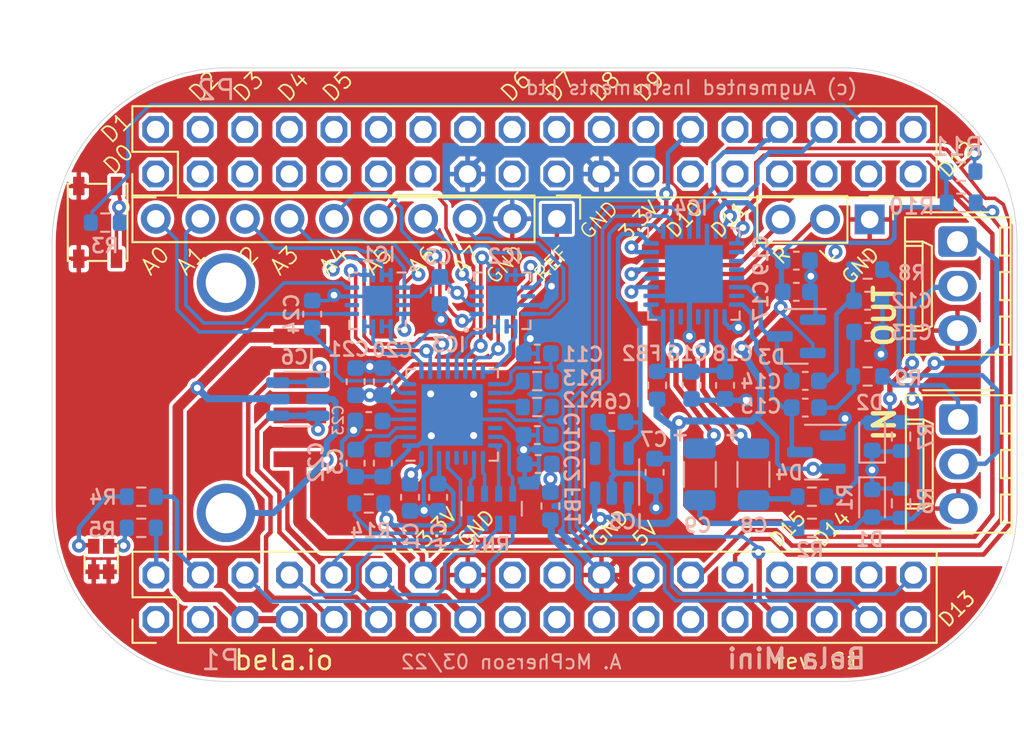
<source format=kicad_pcb>
(kicad_pcb (version 20211014) (generator pcbnew)
  (layers (0 "F.Cu" signal) (1 "In1.Cu" signal) (2 "In2.Cu" signal) (31 "B.Cu" signal) (34 "B.Paste" user) (35 "F.Paste" user) (36 "B.SilkS" user "B.Silkscreen") (37 "F.SilkS" user "F.Silkscreen") (38 "B.Mask" user) (39 "F.Mask" user) (44 "Edge.Cuts" user))
  (net 0 "")
  (net 1 "+5V")
  (net 2 "/belamini_cape_C1_2/AUD_HPLOUT")
  (net 3 "/belamini_cape_C1_2/AUD_HPROUT")
  (net 4 "Net-(C10-Pad2)")
  (net 5 "Net-(C11-Pad2)")
  (net 6 "SPI_SCK")
  (net 7 "SPI_ADC_CNV")
  (net 8 "SPI_MISO")
  (net 9 "SPI_MOSI")
  (net 10 "/belamini_cape_C1_2/LINE1LP")
  (net 11 "/belamini_cape_C1_2/LINE1RP")
  (net 12 "+3V3")
  (net 13 "GND")
  (net 14 "Net-(C24-Pad1)")
  (net 15 "/belamini_cape_C1_1/REFP")
  (net 16 "/belamini_cape_C1_2/AUD_MCLK")
  (net 17 "/belamini_cape_C1_2/AUD_BCLK")
  (net 18 "/belamini_cape_C1_2/AUD_WCLK")
  (net 19 "/belamini_cape_C1_2/AUD_DOUT")
  (net 20 "/belamini_cape_C1_2/AUD_DIN")
  (net 21 "/belamini_cape_C1_2/SCL")
  (net 22 "/belamini_cape_C1_2/SDA")
  (net 23 "/belamini_cape_C1_2/LEFT_LOP")
  (net 24 "/belamini_cape_C1_2/LEFT_LOM")
  (net 25 "/belamini_cape_C1_2/RIGHT_LOP")
  (net 26 "/belamini_cape_C1_2/RIGHT_ROM")
  (net 27 "/belamini_cape_C1_2/RESETN")
  (net 28 "/belamini_cape_C1_2/USB_DM")
  (net 29 "/belamini_cape_C1_2/USBGND")
  (net 30 "/belamini_cape_C1_2/USB_DP")
  (net 31 "/belamini_cape_C1_2/USB_VBUS")
  (net 33 "Net-(P1-Pad2)")
  (net 35 "Net-(P1-Pad4)")
  (net 48 "/belamini_cape_C1_2/SHUTDOWN_REQ{slash}")
  (net 51 "/belamini_cape_C1_1/5V_ANALOG")
  (net 52 "/belamini_cape_C1_2/HPR")
  (net 53 "/belamini_cape_C1_2/HPL")
  (net 54 "+3.3VA")
  (net 55 "/belamini_cape_C1_2/INL")
  (net 56 "/belamini_cape_C1_2/INR")
  (net 58 "+1V8")
  (net 87 "Net-(D5-Pad1)")
  (net 88 "Net-(D5-Pad2)")
  (net 89 "Net-(R3-Pad1)")
  (net 91 "Net-(IC3-Pad12)")
  (net 92 "Net-(IC3-Pad9)")
  (net 94 "Net-(IC3-Pad10)")
  (net 95 "Net-(IC3-Pad11)")
  (net 97 "Net-(IC3-Pad14)")
  (net 98 "Net-(IC3-Pad15)")
  (net 100 "Net-(IC3-Pad16)")
  (net 101 "Net-(IC3-Pad13)")
  (net 102 "Net-(IC3-Pad18)")
  (net 103 "Net-(IC3-Pad19)")
  (net 105 "Net-(IC3-Pad23)")
  (net 106 "Net-(IC3-Pad24)")
  (net 107 "Net-(IC3-Pad25)")
  (net 108 "Net-(IC3-Pad26)")
  (net 111 "Net-(IC3-Pad29)")
  (net 119 "Net-(J1-Pad8)")
  (net 120 "Net-(J1-Pad7)")
  (net 121 "Net-(J1-Pad10)")
  (net 122 "Net-(J1-Pad9)")
  (net 123 "Net-(J1-Pad6)")
  (net 124 "Net-(J1-Pad5)")
  (net 125 "Net-(J1-Pad4)")
  (net 126 "Net-(J1-Pad3)")
  (net 127 "Net-(C3-Pad1)")
  (net 128 "Net-(C8-Pad2)")
  (net 129 "Net-(C9-Pad2)")
  (net 130 "Net-(C22-Pad1)")
  (net 131 "Net-(C23-Pad1)")
  (net 132 "Net-(C12-Pad2)")
  (net 133 "Net-(C13-Pad2)")
  (footprint "Connector_Molex:Molex_KK-254_AE-6410-03A_1x03_P2.54mm_Vertical" (layer "F.Cu") (at 172.655 107.56 -90)
    (fp_text reference "J3" hide)
    (fp_text value "Conn_01x03")
  )
  (footprint "Bela:PocketBeagle-P" (layer "F.Cu") (at 124.85 92.21 90)
    (fp_text reference "P2" hide)
    (fp_text value "Conn_02x18_Odd_Even")
  )
  (footprint "Button_Switch_SMD:SW_SPST_PTS810" (layer "F.Cu") (at 123.5919 96.3162 -90)
    (fp_text reference "S1" hide)
    (fp_text value "SW_Push")
  )
  (footprint "Connector_PinHeader_2.54mm:PinHeader_1x03_P2.54mm_Vertical" (layer "F.Cu") (at 167.6 96.15 -90)
    (fp_text reference "J2" hide)
    (fp_text value "Conn_01x03")
  )
  (footprint "Bela:USBA_SMD" (layer "F.Cu") (at 130.6028 95.89315)
    (fp_text reference "J5" hide)
    (fp_text value "USB_A")
  )
  (footprint "LED_SMD:LED_LiteOn_LTST-C19HE1WT" (layer "F.Cu") (at 123.7951 115.5186)
    (fp_text reference "D5" hide)
    (fp_text value "LED_Dual_AAKK")
  )
  (footprint "Connector_PinHeader_2.54mm:PinHeader_1x10_P2.54mm_Vertical" (layer "F.Cu") (at 149.7661 96.1136 -90)
    (fp_text reference "J1" hide)
    (fp_text value "Conn_01x10")
  )
  (footprint "Bela:PocketBeagle-P" (layer "F.Cu") (at 124.86 117.62 90)
    (fp_text reference "P1" hide)
    (fp_text value "Conn_02x18_Odd_Even")
  )
  (footprint "Connector_Molex:Molex_KK-254_AE-6410-03A_1x03_P2.54mm_Vertical" (layer "F.Cu") (at 172.605 97.41 -90)
    (fp_text reference "J4" hide)
    (fp_text value "Conn_01x03")
  )
  (footprint "Resistor_SMD:R_0603_1608Metric" (layer "B.Cu") (at 167.4831 105.1046)
    (fp_text reference "R9")
    (fp_text value "220")
  )
  (footprint "Package_TO_SOT_SMD:SOT-23" (layer "B.Cu") (at 164.5621 109.4226 180)
    (fp_text reference "D4")
    (fp_text value "BAS70-04")
  )
  (footprint "Package_DFN_QFN:VQFN-32-1EP_5x5mm_P0.5mm_EP3.5x3.5mm" (layer "B.Cu") (at 143.8 107.3)
    (fp_text reference "IC3")
    (fp_text value "ADS8168")
  )
  (footprint "Capacitor_SMD:C_0603_1608Metric" (layer "B.Cu") (at 163.4191 98.5006)
    (fp_text reference "C19")
    (fp_text value "10uF")
  )
  (footprint "Capacitor_SMD:C_0603_1608Metric" (layer "B.Cu") (at 163.9271 105.3586)
    (fp_text reference "C14")
    (fp_text value "1uF")
  )
  (footprint "Capacitor_SMD:C_0603_1608Metric" (layer "B.Cu") (at 138.3 110.05 -90)
    (fp_text reference "C22")
    (fp_text value "1uF")
  )
  (footprint "Capacitor_SMD:C_0603_1608Metric" (layer "B.Cu") (at 148.65 108.45)
    (fp_text reference "C10")
    (fp_text value "1.2nF")
  )
  (footprint "Resistor_SMD:R_0603_1608Metric" (layer "B.Cu") (at 126.0811 113.7406 180)
    (fp_text reference "R5")
    (fp_text value "560")
  )
  (footprint "Capacitor_SMD:C_0603_1608Metric" (layer "B.Cu") (at 139.05 107.65 180)
    (fp_text reference "C23")
    (fp_text value "1uF")
  )
  (footprint "Resistor_SMD:R_Array_Concave_4x0603" (layer "B.Cu") (at 146.05 112.65 -90)
    (fp_text reference "RN1")
    (fp_text value "22")
  )
  (footprint "Capacitor_SMD:C_0603_1608Metric" (layer "B.Cu") (at 163.9271 106.8826)
    (fp_text reference "C15")
    (fp_text value "1uF")
  )
  (footprint "Package_TO_SOT_SMD:SOT-23-5" (layer "B.Cu") (at 152.9 110.6291 90)
    (fp_text reference "IC5")
    (fp_text value "MIC5317")
  )
  (footprint "Resistor_SMD:R_0603_1608Metric" (layer "B.Cu") (at 164.3081 111.9626 180)
    (fp_text reference "R1")
    (fp_text value "15")
  )
  (footprint "Capacitor_SMD:C_0603_1608Metric" (layer "B.Cu") (at 143 112 90)
    (fp_text reference "C4")
    (fp_text value "0.1uF")
  )
  (footprint "Package_TO_SOT_SMD:SOT-23-6" (layer "B.Cu") (at 135 106.4 180)
    (fp_text reference "IC6")
    (fp_text value "USBLC6-2SC6")
  )
  (footprint "Inductor_SMD:L_0603_1608Metric" (layer "B.Cu") (at 149.4 112.5 -90)
    (fp_text reference "FB1")
    (fp_text value "FerriteBead")
  )
  (footprint "Capacitor_SMD:C_0603_1608Metric" (layer "B.Cu") (at 167.4831 102.5646 180)
    (fp_text reference "C13")
    (fp_text value "47pF")
  )
  (footprint "Resistor_SMD:R_0603_1608Metric" (layer "B.Cu") (at 148.65 106.85 180)
    (fp_text reference "R12")
    (fp_text value "49.9")
  )
  (footprint "Resistor_SMD:R_0603_1608Metric" (layer "B.Cu") (at 126.0811 111.9626)
    (fp_text reference "R4")
    (fp_text value "560")
  )
  (footprint "Resistor_SMD:R_0603_1608Metric" (layer "B.Cu") (at 124.0251 96.3286 180)
    (fp_text reference "R3")
    (fp_text value "100")
  )
  (footprint "Capacitor_SMD:C_0603_1608Metric" (layer "B.Cu") (at 157.4501 105.6126 -90)
    (fp_text reference "C16")
    (fp_text value "0.1uF")
  )
  (footprint "Capacitor_SMD:C_0603_1608Metric" (layer "B.Cu") (at 135.825 101.55 90)
    (fp_text reference "C24")
    (fp_text value "1uF")
  )
  (footprint "Capacitor_SMD:C_1206_3216Metric" (layer "B.Cu") (at 157.92 110.69 -90)
    (fp_text reference "C9")
    (fp_text value "47uF")
  )
  (footprint "Resistor_SMD:R_0603_1608Metric" (layer "B.Cu") (at 172.8 93.4206)
    (fp_text reference "R11")
    (fp_text value "10k")
  )
  (footprint "Capacitor_SMD:C_0603_1608Metric" (layer "B.Cu") (at 159.3551 105.6126 -90)
    (fp_text reference "C18")
    (fp_text value "10uF")
  )
  (footprint "Resistor_SMD:R_0603_1608Metric" (layer "B.Cu") (at 139.05 112.35)
    (fp_text reference "R14")
    (fp_text value "10k")
  )
  (footprint "Resistor_SMD:R_0603_1608Metric" (layer "B.Cu") (at 169.3881 112.3436 -90)
    (fp_text reference "R6")
    (fp_text value "3.3k")
  )
  (footprint "Capacitor_SMD:C_0603_1608Metric" (layer "B.Cu") (at 141.4 112 90)
    (fp_text reference "C1")
    (fp_text value "0.1uF")
  )
  (footprint "Resistor_SMD:R_0603_1608Metric" (layer "B.Cu") (at 148.65 105.37 180)
    (fp_text reference "R13")
    (fp_text value "49.9")
  )
  (footprint "Capacitor_SMD:C_0603_1608Metric" (layer "B.Cu") (at 167.4831 100.7866 180)
    (fp_text reference "C12")
    (fp_text value "47pF")
  )
  (footprint "Inductor_SMD:L_0603_1608Metric" (layer "B.Cu") (at 155.4816 105.6126 90)
    (fp_text reference "FB2")
    (fp_text value "FerriteBead")
  )
  (footprint "Capacitor_SMD:C_0603_1608Metric" (layer "B.Cu") (at 148.7 110.1)
    (fp_text reference "C2")
    (fp_text value "10uF")
  )
  (footprint "Capacitor_SMD:C_0603_1608Metric" (layer "B.Cu") (at 152.9 107.7 180)
    (fp_text reference "C6")
    (fp_text value "0.1uF")
  )
  (footprint "Resistor_SMD:R_0603_1608Metric" (layer "B.Cu") (at 172.8171 95.1986)
    (fp_text reference "R10")
    (fp_text value "10k")
  )
  (footprint "Package_DFN_QFN:QFN-16-1EP_3x3mm_P0.5mm_EP1.7x1.7mm" (layer "B.Cu") (at 139.5431 100.7866 180)
    (fp_text reference "IC1")
    (fp_text value "TSV524xIQ4T")
  )
  (footprint "Capacitor_SMD:C_0603_1608Metric" (layer "B.Cu") (at 139.85 110.05 -90)
    (fp_text reference "C3")
    (fp_text value "1uF")
  )
  (footprint "Capacitor_SMD:C_1206_3216Metric" (layer "B.Cu") (at 160.975 110.6926 -90)
    (fp_text reference "C8")
    (fp_text value "47uF")
  )
  (footprint "Resistor_SMD:R_0603_1608Metric" (layer "B.Cu") (at 167.4831 99.0086)
    (fp_text reference "R8")
    (fp_text value "220")
  )
  (footprint "Capacitor_SMD:C_0603_1608Metric" (layer "B.Cu") (at 148.65 103.8)
    (fp_text reference "C11")
    (fp_text value "1.2nF")
  )
  (footprint "Capacitor_SMD:C_0603_1608Metric" (layer "B.Cu") (at 138.3 105.4 90)
    (fp_text reference "C21")
    (fp_text value "10uF")
  )
  (footprint "Capacitor_SMD:C_0603_1608Metric" (layer "B.Cu") (at 139.85 105.4 90)
    (fp_text reference "C20")
    (fp_text value "10uF")
  )
  (footprint "Package_TO_SOT_SMD:SOT-23" (layer "B.Cu") (at 163.4191 102.8186 180)
    (fp_text reference "D3")
    (fp_text value "BAS70-04")
  )
  (footprint "Resistor_SMD:R_0603_1608Metric" (layer "B.Cu") (at 164.3081 113.7406 180)
    (fp_text reference "R2")
    (fp_text value "15")
  )
  (footprint "Package_DFN_QFN:QFN-32-1EP_5x5mm_P0.5mm_EP3.3x3.3mm" (layer "B.Cu") (at 157.5771 99.2626 -90)
    (fp_text reference "IC4")
    (fp_text value "TLV320AIC3104")
  )
  (footprint "Diode_SMD:D_0603_1608Metric" (layer "B.Cu") (at 167.7371 112.3436 -90)
    (fp_text reference "D1")
    (fp_text value "ESD")
  )
  (footprint "Capacitor_SMD:C_0603_1608Metric" (layer "B.Cu") (at 155.34 110.57 -90)
    (fp_text reference "C7")
    (fp_text value "1uF")
  )
  (footprint "Capacitor_SMD:C_0603_1608Metric" (layer "B.Cu") (at 163.4191 100.2786)
    (fp_text reference "C17")
    (fp_text value "0.1uF")
  )
  (footprint "Package_DFN_QFN:QFN-16-1EP_3x3mm_P0.5mm_EP1.7x1.7mm" (layer "B.Cu") (at 146.6551 100.7866)
    (fp_text reference "IC2")
    (fp_text value "TSV524xIQ4T")
  )
  (footprint "Resistor_SMD:R_0603_1608Metric" (layer "B.Cu") (at 169.3881 108.5336 90)
    (fp_text reference "R7")
    (fp_text value "3.3k")
  )
  (footprint "Capacitor_SMD:C_0603_1608Metric" (layer "B.Cu") (at 143.0991 100.2 90)
    (fp_text reference "C5")
    (fp_text value "0.1uF")
  )
  (footprint "Diode_SMD:D_0603_1608Metric" (layer "B.Cu") (at 167.7371 108.5336 90)
    (fp_text reference "D2")
    (fp_text value "ESD")
  )
  (gr_circle (center 141.55 98.95) (end 141.65 98.9) (layer "B.SilkS") (width 0.12) (fill none))
  (gr_circle (center 144.6 102.45) (end 144.7 102.45) (layer "B.SilkS") (width 0.12) (fill none))
  (gr_circle (center 155 95.9) (end 155.1 96) (layer "B.SilkS") (width 0.12) (fill none))
  (gr_line (start 166.0011 87.5036) (end 131.0011 87.5036) (layer "Edge.Cuts") (width 0.05))
  (gr_line (start 121.0011 97.5036) (end 121.0011 112.5036) (layer "Edge.Cuts") (width 0.05))
  (gr_arc (start 166.0011 87.5036) (mid 173.072168 90.432532) (end 176.0011 97.5036) (layer "Edge.Cuts") (width 0.05))
  (gr_arc (start 121.0011 97.5036) (mid 123.930032 90.432532) (end 131.0011 87.5036) (layer "Edge.Cuts") (width 0.05))
  (gr_arc (start 131.0011 122.5036) (mid 123.930032 119.574668) (end 121.0011 112.5036) (layer "Edge.Cuts") (width 0.05))
  (gr_arc (start 176.0011 112.5036) (mid 173.072168 119.574668) (end 166.0011 122.5036) (layer "Edge.Cuts") (width 0.05))
  (gr_line (start 131.0011 122.5036) (end 166.0011 122.5036) (layer "Edge.Cuts") (width 0.05))
  (gr_line (start 176.0011 112.5036) (end 176.0011 97.5036) (layer "Edge.Cuts") (width 0.05))
  (gr_text "(c) Augmented Instruments Ltd" (at 166.9751 89.1026) (layer "B.SilkS") (effects (font (size 0.8001 0.8001) (thickness 0.12)) (justify left bottom mirror)))
  (gr_text "P1" (at 131.7961 121.9321) (layer "B.SilkS") (effects (font (size 1.1176 1.1176) (thickness 0.1524)) (justify left bottom mirror)))
  (gr_text "A. McPherson 03/22" (at 153.530559 121.860744) (layer "B.SilkS") (effects (font (size 0.8001 0.8001) (thickness 0.12)) (justify left bottom mirror)))
  (gr_text "+" (at 156.8 108.4) (layer "B.SilkS") (effects (font (size 0.8 0.8))))
  (gr_text "P2" (at 131.5421 89.4201) (layer "B.SilkS") (effects (font (size 1.1176 1.1176) (thickness 0.1524)) (justify left bottom mirror)))
  (gr_text "+" (at 159.8 108.4) (layer "B.SilkS") (effects (font (size 0.8 0.8))))
  (gr_text "Bela Mini" (at 167.500559 121.860744) (layer "B.SilkS") (effects (font (size 1.1176 1.1176) (thickness 0.2)) (justify left bottom mirror)))
  (gr_text "3.3V" (at 155.079737 94.926969 45) (layer "F.SilkS") (effects (font (size 0.804672 0.804672) (thickness 0.109728)) (justify right top)))
  (gr_text "D14" (at 164.9177 115.0106 45) (layer "F.SilkS") (effects (font (size 0.804672 0.804672) (thickness 0.109728)) (justify left bottom)))
  (gr_text "D15" (at 162.3777 115.0106 45) (layer "F.SilkS") (effects (font (size 0.804672 0.804672) (thickness 0.109728)) (justify left bottom)))
  (gr_text "D1" (at 124.95 89.8646 45) (layer "F.SilkS") (effects (font (size 0.9144 0.9144) (thickness 0.1016)) (justify right top)))
  (gr_text "GND" (at 144.580462 115.028232 45) (layer "F.SilkS") (effects (font (size 0.804672 0.804672) (thickness 0.109728)) (justify left bottom)))
  (gr_text "L" (at 165.1209 97.5354 45) (layer "F.SilkS") (effects (font (size 0.804672 0.804672) (thickness 0.109728)) (justify right top)))
  (gr_text "5V" (at 154.571737 114.992969 45) (layer "F.SilkS") (effects (font (size 0.804672 0.804672) (thickness 0.109728)) (justify left bottom)))
  (gr_text "GND" (at 167.6609 97.5354 45) (layer "F.SilkS") (effects (font (size 0.804672 0.804672) (thickness 0.109728)) (justify right top)))
  (gr_text "2" (at 132.2025 97.4846 45) (layer "F.SilkS") (effects (font (size 0.9144 0.9144) (thickness 0.1016)) (justify right top)))
  (gr_text "3.3V" (at 142.294462 115.028232 45) (layer "F.SilkS") (effects (font (size 0.804672 0.804672) (thickness 0.109728)) (justify left bottom)))
  (gr_text "D12" (at 172.0297 93.9286 45) (layer "F.SilkS") (effects (font (size 0.804672 0.804672) (thickness 0.109728)) (justify left bottom)))
  (gr_text "A3" (at 134.4885 97.4846 45) (layer "F.SilkS") (effects (font (size 0.9144 0.9144) (thickness 0.1016)) (justify right top)))
  (gr_text "GND" (at 152.200462 115.028232 45) (layer "F.SilkS") (effects (font (size 0.804672 0.804672) (thickness 0.109728)) (justify left bottom)))
  (gr_text "D6" (at 147.1377 89.6106 45) (layer "F.SilkS") (effects (font (size 0.9144 0.9144) (thickness 0.1016)) (justify left bottom)))
  (gr_text "D10" (at 157.6025 94.9446 45) (layer "F.SilkS") (effects (font (size 0.804672 0.804672) (thickness 0.109728)) (justify right top)))
  (gr_text "D7" (at 149.6777 89.6106 45) (layer "F.SilkS") (effects (font (size 0.9144 0.9144) (thickness 0.1016)) (justify left bottom)))
  (gr_text "IN" (at 167.7371 106.7556 90) (layer "F.SilkS") (effects (font (size 1.2 1.2) (thickness 0.25)) (justify right top)))
  (gr_text "D3" (at 131.8977 89.6106 45) (layer "F.SilkS") (effects (font (size 0.9144 0.9144) (thickness 0.1016)) (justify left bottom)))
  (gr_text "A0" (at 127.1225 97.4846 45) (layer "F.SilkS") (effects (font (size 0.9144 0.9144) (thickness 0.1016)) (justify right top)))
  (gr_text "GND" (at 152.7511 94.9192 45) (layer "F.SilkS") (effects (font (size 0.82296 0.82296) (thickness 0.09144)) (justify right top)))
  (gr_text "D9" (at 154.7577 89.6106 45) (layer "F.SilkS") (effects (font (size 0.9144 0.9144) (thickness 0.1016)) (justify left bottom)))
  (gr_text "D5" (at 136.9777 89.6106 45) (layer "F.SilkS") (effects (font (size 0.9144 0.9144) (thickness 0.1016)) (justify left bottom)))
  (gr_text "REF" (at 149.9825 97.4846 45) (layer "F.SilkS") (effects (font (size 0.82296 0.82296) (thickness 0.09144)) (justify right top)))
  (gr_text "A1" (at 129.1545 97.4846 45) (layer "F.SilkS") (effects (font (size 0.9144 0.9144) (thickness 0.1016)) (justify right top)))
  (gr_text "D0" (at 125.0905 91.6426 45) (layer "F.SilkS") (effects (font (size 0.9144 0.9144) (thickness 0.1016)) (justify right top)))
  (gr_text "rev. C1" (at 162.1491 121.8686) (layer "F.SilkS") (effects (font (size 0.89408 0.89408) (thickness 0.12192)) (justify left bottom)))
  (gr_text "D4" (at 134.4377 89.6106 45) (layer "F.SilkS") (effects (font (size 0.9144 0.9144) (thickness 0.1016)) (justify left bottom)))
  (gr_text "bela.io" (at 131.2881 121.9321) (layer "F.SilkS") (effects (font (size 1.1176 1.1176) (thickness 0.1524)) (justify left bottom)))
  (gr_text "A4" (at 137.2825 97.4846 45) (layer "F.SilkS") (effects (font (size 0.9144 0.9144) (thickness 0.1016)) (justify right top)))
  (gr_text "D8" (at 152.2177 89.6106 45) (layer "F.SilkS") (effects (font (size 0.9144 0.9144) (thickness 0.1016)) (justify left bottom)))
  (gr_text "R" (at 162.5809 97.5354 45) (layer "F.SilkS") (effects (font (size 0.804672 0.804672) (thickness 0.109728)) (justify right top)))
  (gr_text "OUT" (at 167.7371 99.7706 90) (layer "F.SilkS") (effects (font (size 1.2 1.2) (thickness 0.25)) (justify right top)))
  (gr_text "GND" (at 147.4171 97.4592 45) (layer "F.SilkS") (effects (font (size 0.82296 0.82296) (thickness 0.09144)) (justify right top)))
  (gr_text "D11" (at 160.1425 94.9446 45) (layer "F.SilkS") (effects (font (size 0.804672 0.804672) (thickness 0.109728)) (justify right top)))
  (gr_text "A5" (at 139.8225 97.4846 45) (layer "F.SilkS") (effects (font (size 0.9144 0.9144) (thickness 0.1016)) (justify right top)))
  (gr_text "D13" (at 172.0297 119.5826 45) (layer "F.SilkS") (effects (font (size 0.804672 0.804672) (thickness 0.109728)) (justify left bottom)))
  (gr_text "A7" (at 144.9025 97.4846 45) (layer "F.SilkS") (effects (font (size 0.9144 0.9144) (thickness 0.1016)) (justify right top)))
  (gr_text "A6" (at 142.3625 97.4846 45) (layer "F.SilkS") (effects (font (size 0.9144 0.9144) (thickness 0.1016)) (justify right top)))
  (gr_text "D2" (at 129.3577 89.6106 45) (layer "F.SilkS") (effects (font (size 0.9144 0.9144) (thickness 0.1016)) (justify left bottom)))
  (segment (start 153.8717 117.7) (end 151.6305 117.7) (width 0.4064) (layer "B.Cu") (net 1))
  (segment (start 154.8511 116.7206) (end 153.8717 117.7) (width 0.4064) (layer "B.Cu") (net 1))
  (segment (start 149.4491 113.309) (end 149.5 113.2581) (width 0.4064) (layer "B.Cu") (net 1))
  (segment (start 151 117.0695) (end 151 115.7995) (width 0.4064) (layer "B.Cu") (net 1))
  (segment (start 151 115.7995) (end 149.4491 114.2486) (width 0.4064) (layer "B.Cu") (net 1))
  (segment (start 149.4491 114.2486) (end 149.4491 113.3366) (width 0.4064) (layer "B.Cu") (net 1))
  (segment (start 149.4491 113.3366) (end 149.4 113.2875) (width 0.4064) (layer "B.Cu") (net 1))
  (segment (start 154.8511 116.4336) (end 154.8511 116.7206) (width 0.4064) (layer "B.Cu") (net 1))
  (segment (start 151.6305 117.7) (end 151 117.0695) (width 0.4064) (layer "B.Cu") (net 1))
  (segment (start 158.0851 105.8666) (end 158.5931 106.6286) (width 0.3048) (layer "F.Cu") (net 2))
  (segment (start 158.5931 106.6286) (end 159.6091 107.6446) (width 0.3048) (layer "F.Cu") (net 2))
  (segment (start 159.6091 107.6446) (end 160.2441 108.4574) (width 0.3048) (layer "F.Cu") (net 2))
  (segment (start 158.0851 103.5806) (end 158.0851 105.8666) (width 0.3048) (layer "F.Cu") (net 2))
  (via (at 158.0851 103.5806) (size 0.7874) (drill 0.381) (layers "F.Cu" "B.Cu") (net 2))
  (via (at 160.2441 108.4574) (size 0.7874) (drill 0.381) (layers "F.Cu" "B.Cu") (net 2))
  (segment (start 161.1361 109.1686) (end 161.0061 109.2926) (width 0.3048) (layer "B.Cu") (net 2))
  (segment (start 158.3271 103.3386) (end 158.0851 103.5806) (width 0.3048) (layer "B.Cu") (net 2))
  (segment (start 158.3271 101.7626) (end 158.3271 103.3386) (width 0.25) (layer "B.Cu") (net 2))
  (segment (start 160.2441 108.4574) (end 161.1361 109.1686) (width 0.3048) (layer "B.Cu") (net 2))
  (segment (start 156.5611 103.5806) (end 156.5611 105.6126) (width 0.3048) (layer "F.Cu") (net 3))
  (segment (start 156.5611 105.6126) (end 158.7201 108.4574) (width 0.3048) (layer "F.Cu") (net 3))
  (via (at 156.5611 103.5806) (size 0.7874) (drill 0.381) (layers "F.Cu" "B.Cu") (net 3))
  (via (at 158.7201 108.4574) (size 0.7874) (drill 0.381) (layers "F.Cu" "B.Cu") (net 3))
  (segment (start 156.3271 101.7626) (end 156.3271 103.3466) (width 0.25) (layer "B.Cu") (net 3))
  (segment (start 157.5771 109.1656) (end 157.7041 109.2926) (width 0.3048) (layer "B.Cu") (net 3))
  (segment (start 157.7817 109.215) (end 157.7041 109.2926) (width 0.2032) (layer "B.Cu") (net 3))
  (segment (start 156.3271 103.3466) (end 156.5611 103.5806) (width 0.3048) (layer "B.Cu") (net 3))
  (segment (start 157.92 109.215) (end 157.7817 109.215) (width 0.2032) (layer "B.Cu") (net 3))
  (segment (start 146.872705 107.05) (end 147.426625 107.60392) (width 0.2032) (layer "B.Cu") (net 4))
  (segment (start 147.426625 107.60392) (end 148.72108 107.60392) (width 0.2032) (layer "B.Cu") (net 4))
  (segment (start 148.72108 107.60392) (end 149.475 106.85) (width 0.2032) (layer "B.Cu") (net 4))
  (segment (start 149.425 108.45) (end 149.425 108.30784) (width 0.2032) (layer "B.Cu") (net 4))
  (segment (start 146.25 107.05) (end 146.872705 107.05) (width 0.2032) (layer "B.Cu") (net 4))
  (segment (start 149.425 108.30784) (end 148.72108 107.60392) (width 0.2032) (layer "B.Cu") (net 4))
  (segment (start 147.14608 105.35392) (end 147.14608 104.896625) (width 0.2032) (layer "B.Cu") (net 5))
  (segment (start 149.475 105.4) (end 149.475 104.575) (width 0.2032) (layer "B.Cu") (net 5))
  (segment (start 146.95 105.55) (end 147.14608 105.35392) (width 0.2032) (layer "B.Cu") (net 5))
  (segment (start 149.33392 104.61608) (end 149.425 104.525) (width 0.2032) (layer "B.Cu") (net 5))
  (segment (start 147.14608 104.896625) (end 147.426625 104.61608) (width 0.2032) (layer "B.Cu") (net 5))
  (segment (start 146.25 105.55) (end 146.95 105.55) (width 0.2032) (layer "B.Cu") (net 5))
  (segment (start 149.425 104.525) (end 149.425 103.8) (width 0.2032) (layer "B.Cu") (net 5))
  (segment (start 147.426625 104.61608) (end 149.33392 104.61608) (width 0.2032) (layer "B.Cu") (net 5))
  (segment (start 149.475 104.575) (end 149.425 104.525) (width 0.2032) (layer "B.Cu") (net 5))
  (segment (start 134.5311 116.4336) (end 135.902062 117.550569) (width 0.2032) (layer "B.Cu") (net 6))
  (segment (start 138.4001 115.8996) (end 139.480211 114.819489) (width 0.2032) (layer "B.Cu") (net 6))
  (segment (start 139.480211 114.819489) (end 144.580511 114.819489) (width 0.2032) (layer "B.Cu") (net 6))
  (segment (start 144.580511 114.819489) (end 145.65 113.75) (width 0.2032) (layer "B.Cu") (net 6))
  (segment (start 135.902062 117.550569) (end 138.019131 117.550569) (width 0.2032) (layer "B.Cu") (net 6))
  (segment (start 138.4001 117.1696) (end 138.4001 115.8996) (width 0.2032) (layer "B.Cu") (net 6))
  (segment (start 138.019131 117.550569) (end 138.4001 117.1696) (width 0.2032) (layer "B.Cu") (net 6))
  (segment (start 145.65 113.75) (end 145.65 113.5) (width 0.2032) (layer "B.Cu") (net 6))
  (segment (start 145.3851 117.9316) (end 145.554529 117.804529) (width 0.2032) (layer "B.Cu") (net 7))
  (segment (start 145.8931 115.7569) (end 147.25 114.4) (width 0.2032) (layer "B.Cu") (net 7))
  (segment (start 133.49108 117.93108) (end 145.427978 117.93108) (width 0.2032) (layer "B.Cu") (net 7))
  (segment (start 145.427978 117.93108) (end 145.554529 117.804529) (width 0.2032) (layer "B.Cu") (net 7))
  (segment (start 131.99 116.43) (end 133.49108 117.93108) (width 0.2032) (layer "B.Cu") (net 7))
  (segment (start 147.25 114.4) (end 147.25 113.5) (width 0.2032) (layer "B.Cu") (net 7))
  (segment (start 145.554529 117.804529) (end 145.8931 117.5506) (width 0.2032) (layer "B.Cu") (net 7))
  (segment (start 145.8931 117.5506) (end 145.8931 115.7569) (width 0.2032) (layer "B.Cu") (net 7))
  (segment (start 137.0711 115.6716) (end 138.303722 114.438978) (width 0.2032) (layer "B.Cu") (net 8))
  (segment (start 143.972899 114.438978) (end 144.85 113.561877) (width 0.2032) (layer "B.Cu") (net 8))
  (segment (start 138.303722 114.438978) (end 143.972899 114.438978) (width 0.2032) (layer "B.Cu") (net 8))
  (segment (start 137.0711 116.4336) (end 137.0711 115.6716) (width 0.2032) (layer "B.Cu") (net 8))
  (segment (start 144.85 113.561877) (end 144.85 113.5) (width 0.2032) (layer "B.Cu") (net 8))
  (segment (start 140.728069 117.550569) (end 142.972131 117.550569) (width 0.2032) (layer "B.Cu") (net 9))
  (segment (start 145 115.2) (end 146.45 113.75) (width 0.2032) (layer "B.Cu") (net 9))
  (segment (start 146.45 113.75) (end 146.45 113.5) (width 0.2032) (layer "B.Cu") (net 9))
  (segment (start 143.3774 115.7726) (end 143.95 115.2) (width 0.2032) (layer "B.Cu") (net 9))
  (segment (start 142.972131 117.550569) (end 143.3774 117.1453) (width 0.2032) (layer "B.Cu") (net 9))
  (segment (start 143.95 115.2) (end 145 115.2) (width 0.2032) (layer "B.Cu") (net 9))
  (segment (start 139.6111 116.4336) (end 140.728069 117.550569) (width 0.2032) (layer "B.Cu") (net 9))
  (segment (start 143.3774 117.1453) (end 143.3774 115.7726) (width 0.2032) (layer "B.Cu") (net 9))
  (segment (start 162.3191 104.0046) (end 163.0771 104.7626) (width 0.254) (layer "B.Cu") (net 10))
  (segment (start 160.0771 100.0126) (end 160.6131 100.0126) (width 0.254) (layer "B.Cu") (net 10))
  (segment (start 161.3871 100.7866) (end 161.3871 102.3106) (width 0.254) (layer "B.Cu") (net 10))
  (segment (start 160.6131 100.0126) (end 161.3871 100.7866) (width 0.254) (layer "B.Cu") (net 10))
  (segment (start 162.3191 102.8186) (end 162.3191 104.0046) (width 0.254) (layer "B.Cu") (net 10))
  (segment (start 161.8951 102.8186) (end 162.3191 102.8186) (width 0.254) (layer "B.Cu") (net 10))
  (segment (start 161.3871 102.3106) (end 161.8951 102.8186) (width 0.254) (layer "B.Cu") (net 10))
  (segment (start 163.0771 104.7626) (end 163.0771 105.3586) (width 0.254) (layer "B.Cu") (net 10))
  (segment (start 161.8951 104.8506) (end 162.0221 105.1046) (width 0.254) (layer "B.Cu") (net 11))
  (segment (start 160.8791 102.8186) (end 161.1331 103.0726) (width 0.254) (layer "B.Cu") (net 11))
  (segment (start 160.0771 101.0126) (end 160.3431 101.0126) (width 0.254) (layer "B.Cu") (net 11))
  (segment (start 160.3431 101.0126) (end 160.8791 101.5486) (width 0.254) (layer "B.Cu") (net 11))
  (segment (start 163.1651 106.9706) (end 163.1651 109.1256) (width 0.254) (layer "B.Cu") (net 11))
  (segment (start 163.0771 106.8826) (end 163.1651 106.9706) (width 0.254) (layer "B.Cu") (net 11))
  (segment (start 162.0221 105.1046) (end 162.0221 106.2476) (width 0.254) (layer "B.Cu") (net 11))
  (segment (start 162.6571 106.8826) (end 163.0771 106.8826) (width 0.254) (layer "B.Cu") (net 11))
  (segment (start 160.8791 101.5486) (end 160.8791 102.8186) (width 0.254) (layer "B.Cu") (net 11))
  (segment (start 161.1331 103.0726) (end 161.1331 103.5806) (width 0.254) (layer "B.Cu") (net 11))
  (segment (start 162.0221 106.2476) (end 162.6571 106.8826) (width 0.254) (layer "B.Cu") (net 11))
  (segment (start 163.1651 109.1256) (end 163.4621 109.4226) (width 0.254) (layer "B.Cu") (net 11))
  (segment (start 161.1331 103.5806) (end 161.8951 104.8506) (width 0.254) (layer "B.Cu") (net 11))
  (segment (start 142.1011 116.3911) (end 142.145 116.435) (width 0.3048) (layer "F.Cu") (net 12))
  (segment (start 142.1011 115.3011) (end 140.05 113.25) (width 0.3048) (layer "F.Cu") (net 12))
  (segment (start 142.1511 116.4336) (end 144.0821 114.5026) (width 0.4064) (layer "F.Cu") (net 12))
  (segment (start 144.0821 114.5026) (end 150.9731 114.5026) (width 0.4064) (layer "F.Cu") (net 12))
  (segment (start 160.303028 103.464522) (end 162.5301 101.1676) (width 0.4064) (layer "F.Cu") (net 12))
  (segment (start 150.9731 114.5026) (end 152.2431 113.2326) (width 0.4064) (layer "F.Cu") (net 12))
  (segment (start 142.1011 115.3011) (end 142.1011 116.3911) (width 0.3048) (layer "F.Cu") (net 12))
  (via (at 164.3774 110.3726) (size 0.8) (drill 0.4) (layers "F.Cu" "B.Cu") (net 12))
  (via (at 162.5301 101.1676) (size 0.7874) (drill 0.381) (layers "F.Cu" "B.Cu") (net 12))
  (via (at 160.303028 103.464522) (size 0.7874) (drill 0.381) (layers "F.Cu" "B.Cu") (net 12))
  (via (at 152.2431 113.2326) (size 0.7874) (drill 0.381) (layers "F.Cu" "B.Cu") (net 12))
  (via (at 165.65 98) (size 0.8) (drill 0.4) (layers "F.Cu" "B.Cu") (net 12))
  (via (at 156.72985 107.72985) (size 0.8) (drill 0.4) (layers "F.Cu" "B.Cu") (net 12))
  (via (at 140.05 113.25) (size 0.8) (drill 0.4) (layers "F.Cu" "B.Cu") (net 12))
  (segment (start 162.5301 101.4301) (end 162.5301 101.1676) (width 0.2032) (layer "B.Cu") (net 12))
  (segment (start 153.8281 112.9811) (end 153.6401 113.1691) (width 0.4064) (layer "B.Cu") (net 12))
  (segment (start 165.6654 97.4846) (end 165.6654 97.9846) (width 0.254) (layer "B.Cu") (net 12))
  (segment (start 143.375 111.225) (end 143.867178 111.717178) (width 0.25) (layer "B.Cu") (net 12))
  (segment (start 143.867178 111.717178) (end 143.867178 113.382822) (width 0.25) (layer "B.Cu") (net 12))
  (segment (start 168.7154 97.4846) (end 165.6654 97.4846) (width 0.254) (layer "B.Cu") (net 12))
  (segment (start 160.6251 95.1986) (end 161.1331 95.7066) (width 0.3048) (layer "B.Cu") (net 12))
  (segment (start 169.5151 95.4526) (end 169.0071 95.9606) (width 0.254) (layer "B.Cu") (net 12))
  (segment (start 139.875 112.35) (end 139.875 113.075) (width 0.2032) (layer "B.Cu") (net 12))
  (segment (start 151.9281 111.9292) (end 151.9281 113.1031) (width 0.3048) (layer "B.Cu") (net 12))
  (segment (start 156.0531 113.4866) (end 154.3336 113.4866) (width 0.4064) (layer "B.Cu") (net 12))
  (segment (start 143.867178 113.382822) (end 143.65 113.6) (width 0.25) (layer "B.Cu") (net 12))
  (segment (start 162.496928 98.152772) (end 162.496928 98.441194) (width 0.254) (layer "B.Cu") (net 12))
  (segment (start 158.8271 96.7626) (end 158.8271 95.7266) (width 0.25) (layer "B.Cu") (net 12))
  (segment (start 156.72985 107.72985) (end 156.8151 107.6446) (width 0.4064) (layer "B.Cu") (net 12))
  (segment (start 155.4816 107.3271) (end 156.4341 108.0256) (width 0.4064) (layer "B.Cu") (net 12))
  (segment (start 156.4341 109.7341) (end 156.4341 113.1056) (width 0.4064) (layer "B.Cu") (net 12))
  (segment (start 161.1331 97.3186) (end 162.496928 98.441194) (width 0.3048) (layer "B.Cu") (net 12))
  (segment (start 156.4341 108.0256) (end 156.72985 107.72985) (width 0.4064) (layer "B.Cu") (net 12))
  (segment (start 140.4 113.6) (end 140.05 113.25) (width 0.25) (layer "B.Cu") (net 12))
  (segment (start 143.65 113.6) (end 140.4 113.6) (width 0.25) (layer "B.Cu") (net 12))
  (segment (start 156.4341 108.0256) (end 156.4341 109.7341) (width 0.4064) (layer "B.Cu") (net 12))
  (segment (start 159.3551 95.1986) (end 160.6251 95.1986) (width 0.3048) (layer "B.Cu") (net 12))
  (segment (start 162.496928 98.441194) (end 162.5691 98.5006) (width 0.3048) (layer "B.Cu") (net 12))
  (segment (start 154.3336 113.4866) (end 153.8281 112.9811) (width 0.4064) (layer "B.Cu") (net 12))
  (segment (start 152.3676 113.1031) (end 152.2431 113.2326) (width 0.3048) (layer "B.Cu") (net 12))
  (segment (start 156.4341 113.1056) (end 156.0531 113.4866) (width 0.4064) (layer "B.Cu") (net 12))
  (segment (start 143 111.225) (end 143.375 111.225) (width 0.25) (layer "B.Cu") (net 12))
  (segment (start 153.8281 111.9292) (end 153.8281 112.9811) (width 0.4064) (layer "B.Cu") (net 12))
  (segment (start 162.6571 98.6666) (end 162.5691 98.5006) (width 0.3048) (layer "B.Cu") (net 12))
  (segment (start 169.0071 97.1929) (end 168.7154 97.4846) (width 0.254) (layer "B.Cu") (net 12))
  (segment (start 165.6654 97.4846) (end 163.1651 97.4846) (width 0.254) (layer "B.Cu") (net 12))
  (segment (start 151.9281 113.1031) (end 152.3676 113.1031) (width 0.3048) (layer "B.Cu") (net 12))
  (segment (start 162.3303 108.5878) (end 161.1331 107.3906) (width 0.254) (layer "B.Cu") (net 12))
  (segment (start 161.1331 107.3906) (end 161.3871 107.1366) (width 0.4064) (layer "B.Cu") (net 12))
  (segment (start 156.3682 109.8) (end 156.4341 109.7341) (width 0.35) (layer "B.Cu") (net 12))
  (segment (start 162.3303 110.04885) (end 162.3303 108.5878) (width 0.254) (layer "B.Cu") (net 12))
  (segment (start 162.5301 100.3176) (end 162.5691 100.2786) (width 0.3048) (layer "B.Cu") (net 12))
  (segment (start 160.8791 104.5966) (end 160.303028 103.464522) (width 0.4064) (layer "B.Cu") (net 12))
  (segment (start 165.6621 110.3726) (end 164.3774 110.3726) (width 0.254) (layer "B.Cu") (net 12))
  (segment (start 153.6401 113.1691) (end 153.0686 113.1691) (width 0.4064) (layer "B.Cu") (net 12))
  (segment (start 164.3566 103.2566) (end 162.5301 101.4301) (width 0.2032) (layer "B.Cu") (net 12))
  (segment (start 162.5691 100.2786) (end 162.5691 98.5006) (width 0.3048) (layer "B.Cu") (net 12))
  (segment (start 158.8271 95.7266) (end 159.3551 95.1986) (width 0.3048) (layer "B.Cu") (net 12))
  (segment (start 143.05 111.175) (end 143 111.225) (width 0.25) (layer "B.Cu") (net 12))
  (segment (start 156.8151 107.6446) (end 160.8791 107.6446) (width 0.4064) (layer "B.Cu") (net 12))
  (segment (start 162.5301 101.1676) (end 162.5301 100.3176) (width 0.3048) (layer "B.Cu") (net 12))
  (segment (start 162.65405 110.3726) (end 162.3303 110.04885) (width 0.254) (layer "B.Cu") (net 12))
  (segment (start 171.7131 95.4526) (end 169.5151 95.4526) (width 0.254) (layer "B.Cu") (net 12))
  (segment (start 153.0686 113.1691) (end 152.2431 113.2326) (width 0.4064) (layer "B.Cu") (net 12))
  (segment (start 162.5691 100.2786) (end 162.4031 100.5326) (width 0.3048) (layer "B.Cu") (net 12))
  (segment (start 164.3774 110.3726) (end 162.65405 110.3726) (width 0.254) (layer "B.Cu") (net 12))
  (segment (start 161.3871 105.3586) (end 160.8791 104.5966) (width 0.4064) (layer "B.Cu") (net 12))
  (segment (start 163.1651 97.4846) (end 162.496928 98.152772) (width 0.254) (layer "B.Cu") (net 12))
  (segment (start 164.3566 103.7686) (end 164.3566 103.2566) (width 0.2032) (layer "B.Cu") (net 12))
  (segment (start 171.9671 95.1986) (end 171.7131 95.4526) (width 0.254) (layer "B.Cu") (net 12))
  (segment (start 169.0071 95.9606) (end 169.0071 97.1929) (width 0.254) (layer "B.Cu") (net 12))
  (segment (start 139.875 113.075) (end 140.05 113.25) (width 0.2032) (layer "B.Cu") (net 12))
  (segment (start 155.4816 106.4626) (end 155.4816 107.3271) (width 0.4064) (layer "B.Cu") (net 12))
  (segment (start 165.6654 97.9846) (end 165.65 98) (width 0.254) (layer "B.Cu") (net 12))
  (segment (start 161.1331 95.7066) (end 161.1331 97.3186) (width 0.3048) (layer "B.Cu") (net 12))
  (segment (start 143.05 109.75) (end 143.05 111.175) (width 0.25) (layer "B.Cu") (net 12))
  (segment (start 160.8791 107.6446) (end 161.1331 107.3906) (width 0.4064) (layer "B.Cu") (net 12))
  (segment (start 171.9671 93.4206) (end 171.9671 95.1986) (width 0.254) (layer "B.Cu") (net 12))
  (segment (start 155.3 109.8) (end 156.3682 109.8) (width 0.35) (layer "B.Cu") (net 12))
  (segment (start 161.3871 107.1366) (end 161.3871 105.3586) (width 0.4064) (layer "B.Cu") (net 12))
  (segment (start 149.4651 99.95856) (end 149.4491 99.7706) (width 0.3048) (layer "F.Cu") (net 13))
  (segment (start 155.4181 113.3266) (end 152.3111 116.4336) (width 0.3048) (layer "F.Cu") (net 13))
  (segment (start 157.3231 101.8026) (end 153.5131 101.8026) (width 0.8128) (layer "F.Cu") (net 13))
  (segment (start 160.2441 113.3596) (end 162.5301 113.3596) (width 0.254) (layer "F.Cu") (net 13))
  (segment (start 152.3111 98.0606) (end 153.0051 98.7546) (width 0.3048) (layer "F.Cu") (net 13))
  (segment (start 156.8151 115.0106) (end 158.5931 115.0106) (width 0.254) (layer "F.Cu") (net 13))
  (segment (start 152.3111 93.5736) (end 152.3111 98.0606) (width 0.3048) (layer "F.Cu") (net 13))
  (segment (start 152.3111 116.4336) (end 152.9041 116.4336) (width 0.254) (layer "F.Cu") (net 13))
  (segment (start 161.1331 95.7066) (end 161.1331 96.9766) (width 0.254) (layer "F.Cu") (net 13))
  (segment (start 162.0221 94.8176) (end 161.1331 95.7066) (width 0.254) (layer "F.Cu") (net 13))
  (segment (start 156.1801 117.0426) (end 156.1801 115.6456) (width 0.254) (layer "F.Cu") (net 13))
  (segment (start 153.0051 98.7546) (end 153.0051 101.2946) (width 0.254) (layer "F.Cu") (net 13))
  (segment (start 159.6091 101.8026) (end 160.1171 102.3106) (width 0.3048) (layer "F.Cu") (net 13))
  (segment (start 174.5951 96.9766) (end 172.4361 94.8176) (width 0.254) (layer "F.Cu") (net 13))
  (segment (start 156.1801 115.6456) (end 156.8151 115.0106) (width 0.254) (layer "F.Cu") (net 13))
  (segment (start 161.1331 96.9766) (end 159.8631 98.2466) (width 0.254) (layer "F.Cu") (net 13))
  (segment (start 157.3231 102.8186) (end 157.3231 101.8026) (width 0.3048) (layer "F.Cu") (net 13))
  (segment (start 159.8631 98.2466) (end 154.7831 98.2466) (width 0.254) (layer "F.Cu") (net 13))
  (segment (start 155.4181 112.5976) (end 155.4181 113.3266) (width 0.3048) (layer "F.Cu") (net 13))
  (segment (start 153.2591 98.5006) (end 153.0051 98.7546) (width 0.254) (layer "F.Cu") (net 13))
  (segment (start 163.4191 114.2486) (end 173.5791 114.2486) (width 0.254) (layer "F.Cu") (net 13))
  (segment (start 153.0051 101.2946) (end 153.5131 101.8026) (width 0.254) (layer "F.Cu") (net 13))
  (segment (start 155.5451 117.6776) (end 156.1801 117.0426) (width 0.254) (layer "F.Cu") (net 13))
  (segment (start 173.5791 114.2486) (end 174.5951 112.9786) (width 0.254) (layer "F.Cu") (net 13))
  (segment (start 162.5301 113.3596) (end 163.4191 114.2486) (width 0.254) (layer "F.Cu") (net 13))
  (segment (start 154.7831 98.2466) (end 154.2751 98.5006) (width 0.254) (layer "F.Cu") (net 13))
  (segment (start 154.2751 98.5006) (end 153.2591 98.5006) (width 0.254) (layer "F.Cu") (net 13))
  (segment (start 154.1481 117.6776) (end 155.5451 117.6776) (width 0.254) (layer "F.Cu") (net 13))
  (segment (start 172.4361 94.8176) (end 162.0221 94.8176) (width 0.254) (layer "F.Cu") (net 13))
  (segment (start 157.3231 101.8026) (end 159.6091 101.8026) (width 0.3048) (layer "F.Cu") (net 13))
  (segment (start 152.9041 116.4336) (end 154.1481 117.6776) (width 0.254) (layer "F.Cu") (net 13))
  (segment (start 174.5951 112.9786) (end 174.5951 96.9766) (width 0.254) (layer "F.Cu") (net 13))
  (segment (start 158.5931 115.0106) (end 160.2441 113.3596) (width 0.254) (layer "F.Cu") (net 13))
  (via (at 157.3231 102.8186) (size 0.7874) (drill 0.381) (layers "F.Cu" "B.Cu") (net 13))
  (via (at 145.025 108.475) (size 0.8) (drill 0.4) (layers "F.Cu" "B.Cu") (net 13))
  (via (at 143.169373 101.8524) (size 0.7874) (drill 0.381) (layers "F.Cu" "B.Cu") (net 13))
  (via (at 167.7371 110.4386) (size 0.7874) (drill 0.381) (layers "F.Cu" "B.Cu") (net 13))
  (via (at 168.2451 103.8346) (size 0.7874) (drill 0.381) (layers "F.Cu" "B.Cu") (net 13))
  (via (at 142.20232 112.74768) (size 0.8) (drill 0.4) (layers "F.Cu" "B.Cu") (net 13))
  (via (at 145.025 106.125) (size 0.8) (drill 0.4) (layers "F.Cu" "B.Cu") (net 13))
  (via (at 147.875 109.285) (size 0.8) (drill 0.4) (layers "F.Cu" "B.Cu") (net 13))
  (via (at 137.0666 100.4691) (size 0.7874) (drill 0.381) (layers "F.Cu" "B.Cu") (net 13))
  (via (at 155.4181 112.5976) (size 0.7874) (drill 0.381) (layers "F.Cu" "B.Cu") (net 13))
  (via (at 160.1171 102.3106) (size 0.7874) (drill 0.381) (layers "F.Cu" "B.Cu") (net 13))
  (via (at 148.25 102.95) (size 0.8) (drill 0.4) (layers "F.Cu" "B.Cu") (net 13))
  (via (at 138.182129 108.172129) (size 0.8) (drill 0.4) (layers "F.Cu" "B.Cu") (net 13))
  (via (at 166.199015 107.503516) (size 0.7874) (drill 0.381) (layers "F.Cu" "B.Cu") (net 13))
  (via (at 164.2446 99.3896) (size 0.7874) (drill 0.381) (layers "F.Cu" "B.Cu") (net 13))
  (via (at 142.6125 108.4875) (size 0.8) (drill 0.4) (layers "F.Cu" "B.Cu") (net 13))
  (via (at 139.106355 104.542855) (size 0.8) (drill 0.4) (layers "F.Cu" "B.Cu") (net 13))
  (via (at 160.5616 106.4626) (size 0.7874) (drill 0.381) (layers "F.Cu" "B.Cu") (net 13))
  (via (at 142.575 106.1) (size 0.8) (drill 0.4) (layers "F.Cu" "B.Cu") (net 13))
  (via (at 149.4651 99.95856) (size 0.7874) (drill 0.381) (layers "F.Cu" "B.Cu") (net 13))
  (segment (start 157.0931 100.5126) (end 157.3271 100.2786) (width 0.3048) (layer "B.Cu") (net 13))
  (segment (start 138.3 110.825) (end 137.52268 110.04768) (width 0.25) (layer "B.Cu") (net 13))
  (segment (start 159.3271 102.0286) (end 159.6091 102.3106) (width 0.25) (layer "B.Cu") (net 13))
  (segment (start 142.531577 110.47268) (end 142.17732 110.826937) (width 0.25) (layer "B.Cu") (net 13))
  (segment (start 139.2931 100.5366) (end 139.5431 100.7866) (width 0.2032) (layer "B.Cu") (net 13))
  (segment (start 152.31 116.43) (end 152.31 116.31) (width 0.2032) (layer "B.Cu") (net 13))
  (segment (start 164.2691 100.2786) (end 164.5191 100.5286) (width 0.254) (layer "B.Cu") (net 13))
  (segment (start 152.31 116.31) (end 151.2 115.2) (width 0.2032) (layer "B.Cu") (net 13))
  (segment (start 158.3271 98.5126) (end 157.5771 99.2626) (width 0.3048) (layer "B.Cu") (net 13))
  (segment (start 142.55 110.47268) (end 142.531577 110.47268) (width 0.25) (layer "B.Cu") (net 13))
  (segment (start 160.5616 106.4626) (end 157.4501 106.4626) (width 0.3048) (layer "B.Cu") (net 13))
  (segment (start 164.5191 100.5286) (end 164.5191 101.8686) (width 0.254) (layer "B.Cu") (net 13))
  (segment (start 137.52268 110.04768) (end 137.52268 108.831577) (width 0.25) (layer "B.Cu") (net 13))
  (segment (start 149.1951 100.5326) (end 149.4651 99.95856) (width 0.3048) (layer "B.Cu") (net 13))
  (segment (start 145.7437 92.3) (end 151.0375 92.3) (width 0.3048) (layer "B.Cu") (net 13))
  (segment (start 138.275 108.079257) (end 138.275 107.65) (width 0.25) (layer "B.Cu") (net 13))
  (segment (start 168.3331 102.5646) (end 168.3331 100.7866) (width 0.254) (layer "B.Cu") (net 13))
  (segment (start 142.22964 112.775) (end 143 112.775) (width 0.25) (layer "B.Cu") (net 13))
  (segment (start 166.1701 107.532432) (end 166.199015 107.503516) (width 0.254) (layer "B.Cu") (net 13))
  (segment (start 144.6911 93.3526) (end 145.7437 92.3) (width 0.3048) (layer "B.Cu") (net 13))
  (segment (start 151.0375 92.3) (end 152.3111 93.5736) (width 0.3048) (layer "B.Cu") (net 13))
  (segment (start 157.3271 101.7626) (end 157.3271 100.2786) (width 0.3048) (layer "B.Cu") (net 13))
  (segment (start 140.425 104.625) (end 139.85 104.625) (width 0.2032) (layer "B.Cu") (net 13))
  (segment (start 146.834582 107.55) (end 147.734582 108.45) (width 0.2032) (layer "B.Cu") (net 13))
  (segment (start 148.9451 101.0366) (end 149.1951 100.7866) (width 0.3048) (layer "B.Cu") (net 13))
  (segment (start 159.3551 106.4626) (end 160.5616 106.4626) (width 0.3048) (layer "B.Cu") (net 13))
  (segment (start 154.5791 110.6291) (end 155.3 111.35) (width 0.3048) (layer "B.Cu") (net 13))
  (segment (start 144.05 107.55) (end 143.8 107.3) (width 0.2032) (layer "B.Cu") (net 13))
  (segment (start 142.55 109.75) (end 142.55 108.55) (width 0.25) (layer "B.Cu") (net 13))
  (segment (start 147.875 109.285) (end 147.875 110) (width 0.2032) (layer "B.Cu") (net 13))
  (segment (start 157.3271 101.7626) (end 157.3271 102.8146) (width 0.3048) (layer "B.Cu") (net 13))
  (segment (start 138.0806 100.5366) (end 139.2931 100.5366) (width 0.2032) (layer "B.Cu") (net 13))
  (segment (start 147.734582 108.45) (end 147.875 108.45) (width 0.2032) (layer "B.Cu") (net 13))
  (segment (start 141.85 109.05) (end 143.6 107.3) (width 0.25) (layer "B.Cu") (net 13))
  (segment (start 141.35 109.275) (end 141.35 109.05) (width 0.25) (layer "B.Cu") (net 13))
  (segment (start 136.7607 100.775) (end 137.0666 100.4691) (width 0.2032) (layer "B.Cu") (net 13))
  (segment (start 147.875 103.8) (end 147.875 103.325) (width 0.2032) (layer "B.Cu") (net 13))
  (segment (start 144.6911 93.5736) (end 144.6911 93.3526) (width 0.3048) (layer "B.Cu") (net 13))
  (segment (start 159.3271 101.7626) (end 159.3271 102.0286) (width 0.25) (layer "B.Cu") (net 13))
  (segment (start 137.2611 100.5366) (end 137.0666 100.4691) (width 0.3048) (layer "B.Cu") (net 13))
  (segment (start 164.2691 100.2786) (end 164.2691 99.8586) (width 0.3048) (layer "B.Cu") (net 13))
  (segment (start 138.382145 104.542855) (end 139.106355 104.542855) (width 0.25) (layer "B.Cu") (net 13))
  (segment (start 139.85 110.825) (end 139.85 110.775) (width 0.25) (layer "B.Cu") (net 13))
  (segment (start 164.2691 98.5006) (end 164.2691 100.2786) (width 0.3048) (layer "B.Cu") (net 13))
  (segment (start 143.0991 101.782127) (end 143.169373 101.8524) (width 0.3048) (layer "B.Cu") (net 13))
  (segment (start 141.45232 112.72268) (end 141.4 112.775) (width 0.25) (layer "B.Cu") (net 13))
  (segment (start 168.3331 102.5646) (end 168.3331 103.7466) (width 0.254) (layer "B.Cu") (net 13))
  (segment (start 138.3 104.625) (end 138.382145 104.542855) (width 0.25) (layer "B.Cu") (net 13))
  (segment (start 143.6 107.3) (end 143.8 107.3) (width 0.25) (layer "B.Cu") (net 13))
  (segment (start 155.4181 112.5976) (end 155.4181 111.4681) (width 0.3048) (layer "B.Cu") (net 13))
  (segment (start 167.7371 109.3836) (end 167.7371 110.4386) (width 0.254) (layer "B.Cu") (net 13))
  (segment (start 142.55 109.75) (end 142.55 110.47268) (width 0.25) (layer "B.Cu") (net 13))
  (segment (start 139.85 110.775) (end 141.35 109.275) (width 0.25) (layer "B.Cu") (net 13))
  (segment (start 142.17732 112.72268) (end 142.20232 112.74768) (width 0.25) (layer "B.Cu") (net 13))
  (segment (start 143.0991 101.1286) (end 143.0991 101.782127) (width 0.3048) (layer "B.Cu") (net 13))
  (segment (start 135.825 100.775) (end 136.7607 100.775) (width 0.2032) (layer "B.Cu") (net 13))
  (segment (start 157.3271 102.8146) (end 157.3231 102.8186) (width 0.3048) (layer "B.Cu") (net 13))
  (segment (start 142.20232 112.74768) (end 142.22964 112.775) (width 0.25) (layer "B.Cu") (net 13))
  (segment (start 146.25 107.55) (end 144.05 107.55) (width 0.2032) (layer "B.Cu") (net 13))
  (segment (start 137.52268 108.831577) (end 138.182129 108.172129) (width 0.25) (layer "B.Cu") (net 13))
  (segment (start 142.6125 108.4875) (end 143.8 107.3) (width 0.25) (layer "B.Cu") (net 13))
  (segment (start 152.9 108.5) (end 152.9 110.397) (width 0.35) (layer "B.Cu") (net 13))
  (segment (start 164.2691 99.8586) (end 164.2446 99.3896) (width 0.3048) (layer "B.Cu") (net 13))
  (segment (start 169.3881 109.3836) (end 167.7371 109.3836) (width 0.254) (layer "B.Cu") (net 13))
  (segment (start 159.6091 102.3106) (end 160.1171 102.3106) (width 0.3048) (layer "B.Cu") (net 13))
  (segment (start 153.1321 110.6291) (end 154.5791 110.6291) (width 0.3048) (layer "B.Cu") (net 13))
  (segment (start 155.4181 111.4681) (end 155.3 111.35) (width 0.3048) (layer "B.Cu") (net 13))
  (segment (start 152.8781 110.8831) (end 153.1321 110.6291) (width 0.3048) (layer "B.Cu") (net 13))
  (segment (start 158.3271 96.7626) (end 158.3271 98.5126) (width 0.25) (layer "B.Cu") (net 13))
  (segment (start 147.875 108.45) (end 147.875 109.285) (width 0.2032) (layer "B.Cu") (net 13))
  (segment (start 146.25 107.55) (end 146.834582 107.55) (width 0.2032) (layer "B.Cu") (net 13))
  (segment (start 142.55 108.55) (end 142.6125 108.4875) (width 0.25) (layer "B.Cu") (net 13))
  (segment (start 165.6621 108.4726) (end 166.1701 107.9646) (width 0.254) (layer "B.Cu") (net 13))
  (segment (start 166.1701 107.532432) (end 166.1701 107.9646) (width 0.254) (layer "B.Cu") (net 13))
  (segment (start 149.1951 100.7866) (end 149.1951 100.5326) (width 0.3048) (layer "B.Cu") (net 13))
  (segment (start 138.0681 100.5366) (end 137.2611 100.5366) (width 0.25) (layer "B.Cu") (net 13))
  (segment (start 157.3271 100.2786) (end 157.3271 99.5126) (width 0.3048) (layer "B.Cu") (net 13))
  (segment (start 148.1301 101.0366) (end 148.9451 101.0366) (width 0.25) (layer "B.Cu") (net 13))
  (segment (start 169.3881 111.4936) (end 167.7371 111.4936) (width 0.254) (layer "B.Cu") (net 13))
  (segment (start 148.1176 101.0366) (end 146.9051 101.0366) (width 0.2032) (layer "B.Cu") (net 13))
  (segment (start 152.125 107.725) (end 152.9 108.5) (width 0.35) (layer "B.Cu") (net 13))
  (segment (start 139.767855 104.542855) (end 139.106355 104.542855) (width 0.25) (layer "B.Cu") (net 13))
  (segment (start 142.17732 110.826937) (end 142.17732 112.72268) (width 0.25) (layer "B.Cu") (net 13))
  (segment (start 152.9 110.397) (end 153.1321 110.6291) (width 0.35) (layer "B.Cu") (net 13))
  (segment (start 141.35 105.55) (end 140.425 104.625) (width 0.2032) (layer "B.Cu") (net 13))
  (segment (start 157.3271 99.5126) (end 157.5771 99.2626) (width 0.3048) (layer "B.Cu") (net 13))
  (segment (start 147.875 103.325) (end 148.25 102.95) (width 0.2032) (layer "B.Cu") (net 13))
  (segment (start 167.7371 110.4386) (end 167.7371 111.4936) (width 0.254) (layer "B.Cu") (net 13))
  (segment (start 139.85 104.625) (end 139.767855 104.542855) (width 0.25) (layer "B.Cu") (net 13))
  (segment (start 138.3 110.825) (end 139.85 110.825) (width 0.25) (layer "B.Cu") (net 13))
  (segment (start 142.17732 112.72268) (end 141.45232 112.72268) (width 0.25) (layer "B.Cu") (net 13))
  (segment (start 147.875 110) (end 147.975 110.1) (width 0.2032) (layer "B.Cu") (net 13))
  (segment (start 141.35 109.05) (end 141.85 109.05) (width 0.25) (layer "B.Cu") (net 13))
  (segment (start 146.9051 101.0366) (end 146.6551 100.7866) (width 0.2032) (layer "B.Cu") (net 13))
  (segment (start 138.182129 108.172129) (end 138.275 108.079257) (width 0.25) (layer "B.Cu") (net 13))
  (segment (start 168.3331 103.7466) (end 168.2451 103.8346) (width 0.254) (layer "B.Cu") (net 13))
  (segment (start 155.0771 100.5126) (end 157.0931 100.5126) (width 0.25) (layer "B.Cu") (net 13))
  (segment (start 152.8781 111.9292) (end 152.8781 110.8831) (width 0.3048) (layer "B.Cu") (net 13))
  (segment (start 152.125 107.7) (end 152.125 107.725) (width 0.35) (layer "B.Cu") (net 13))
  (segment (start 140.21657 105.35392) (end 140.60392 105.74127) (width 0.2032) (layer "B.Cu") (net 14))
  (segment (start 140.85 106.05) (end 141.35 106.05) (width 0.2032) (layer "B.Cu") (net 14))
  (segment (start 135.825 102.325) (end 135.825 102.675) (width 0.2032) (layer "B.Cu") (net 14))
  (segment (start 137.55392 105.35392) (end 140.21657 105.35392) (width 0.2032) (layer "B.Cu") (net 14))
  (segment (start 135.825 102.675) (end 137.15 104) (width 0.2032) (layer "B.Cu") (net 14))
  (segment (start 137.15 104.95) (end 137.55392 105.35392) (width 0.2032) (layer "B.Cu") (net 14))
  (segment (start 140.60392 105.74127) (end 140.60392 105.80392) (width 0.2032) (layer "B.Cu") (net 14))
  (segment (start 137.15 104) (end 137.15 104.95) (width 0.2032) (layer "B.Cu") (net 14))
  (segment (start 140.60392 105.80392) (end 140.85 106.05) (width 0.2032) (layer "B.Cu") (net 14))
  (segment (start 146.825 104.425) (end 147.275 103.975) (width 0.25) (layer "F.Cu") (net 15))
  (segment (start 148.75 99.4) (end 149.775 98.375) (width 0.25) (layer "F.Cu") (net 15))
  (segment (start 139.85 106.175) (end 141.6 104.425) (width 0.25) (layer "F.Cu") (net 15))
  (segment (start 149.775 98.375) (end 149.7661 98.3661) (width 0.25) (layer "F.Cu") (net 15))
  (segment (start 148.75 99.85) (end 148.75 99.4) (width 0.25) (layer "F.Cu") (net 15))
  (segment (start 139.1 106.175) (end 139.85 106.175) (width 0.25) (layer "F.Cu") (net 15))
  (segment (start 149.7661 98.3661) (end 149.7661 96.1136) (width 0.25) (layer "F.Cu") (net 15))
  (segment (start 147.275 101.325) (end 148.75 99.85) (width 0.25) (layer "F.Cu") (net 15))
  (segment (start 147.275 103.975) (end 147.275 101.325) (width 0.25) (layer "F.Cu") (net 15))
  (segment (start 141.6 104.425) (end 146.825 104.425) (width 0.25) (layer "F.Cu") (net 15))
  (via (at 139.1 106.175) (size 0.8) (drill 0.4) (layers "F.Cu" "B.Cu") (net 15))
  (segment (start 141.35 107.05) (end 140.65 107.05) (width 0.2032) (layer "B.Cu") (net 15))
  (segment (start 138.3 106.175) (end 139.1 106.175) (width 0.25) (layer "B.Cu") (net 15))
  (segment (start 139.85 106.25) (end 139.85 106.175) (width 0.2032) (layer "B.Cu") (net 15))
  (segment (start 141.35 106.55) (end 140.225 106.55) (width 0.2032) (layer "B.Cu") (net 15))
  (segment (start 139.1 106.175) (end 139.85 106.175) (width 0.25) (layer "B.Cu") (net 15))
  (segment (start 140.65 107.05) (end 139.85 106.25) (width 0.2032) (layer "B.Cu") (net 15))
  (segment (start 140.225 106.55) (end 139.85 106.175) (width 0.2032) (layer "B.Cu") (net 15))
  (segment (start 161.3021 115.6876) (end 161.3021 117.8121) (width 0.3048) (layer "F.Cu") (net 16))
  (segment (start 161.2601 115.1376) (end 161.3021 115.6876) (width 0.3048) (layer "F.Cu") (net 16))
  (segment (start 161.3021 117.8121) (end 162.465 118.975) (width 0.3048) (layer "F.Cu") (net 16))
  (via (at 161.2601 115.1376) (size 0.7874) (drill 0.381) (layers "F.Cu" "B.Cu") (net 16))
  (segment (start 151.261022 106.838978) (end 151.261022 113.495134) (width 0.2032) (layer "B.Cu") (net 16))
  (segment (start 152.7511 105.3489) (end 151.261022 106.838978) (width 0.2032) (layer "B.Cu") (net 16))
  (segment (start 153.2591 96.4686) (end 152.7511 96.9766) (width 0.2032) (layer "B.Cu") (net 16))
  (segment (start 151.261022 113.495134) (end 152.014488 114.2486) (width 0.2032) (layer "B.Cu") (net 16))
  (segment (start 152.014488 114.2486) (end 160.3711 114.2486) (width 0.2032) (layer "B.Cu") (net 16))
  (segment (start 152.7511 96.9766) (end 152.7511 105.3489) (width 0.2032) (layer "B.Cu") (net 16))
  (segment (start 160.3711 114.2486) (end 161.2601 114.8836) (width 0.2032) (layer "B.Cu") (net 16))
  (segment (start 155.2911 96.4686) (end 153.2591 96.4686) (width 0.2032) (layer "B.Cu") (net 16))
  (segment (start 155.8271 96.8251) (end 155.6476 96.8251) (width 0.2032) (layer "B.Cu") (net 16))
  (segment (start 155.6476 96.8251) (end 155.2911 96.4686) (width 0.2032) (layer "B.Cu") (net 16))
  (segment (start 161.2601 114.8836) (end 161.2601 115.1376) (width 0.254) (layer "B.Cu") (net 16))
  (segment (start 155.41762 114.62912) (end 151.831484 114.62912) (width 0.2032) (layer "B.Cu") (net 17))
  (segment (start 156.33 117.0655) (end 156.33 115.5415) (width 0.2032) (layer "B.Cu") (net 17))
  (segment (start 156.3271 96.2346) (end 156.3271 96.7626) (width 0.2032) (layer "B.Cu") (net 17))
  (segment (start 156.33 115.5415) (end 155.41762 114.62912) (width 0.2032) (layer "B.Cu") (net 17))
  (segment (start 169.005211 117.519489) (end 156.783989 117.519489) (width 0.2032) (layer "B.Cu") (net 17))
  (segment (start 156.783989 117.519489) (end 156.33 117.0655) (width 0.2032) (layer "B.Cu") (net 17))
  (segment (start 170.0911 116.4336) (end 169.005211 117.519489) (width 0.2032) (layer "B.Cu") (net 17))
  (segment (start 151.831484 114.62912) (end 150.981135 113.778771) (width 0.2032) (layer "B.Cu") (net 17))
  (segment (start 150.981135 113.778771) (end 150.981135 113.753371) (width 0.2032) (layer "B.Cu") (net 17))
  (segment (start 150.981135 113.753371) (end 150.880511 113.652747) (width 0.2032) (layer "B.Cu") (net 17))
  (segment (start 150.880511 113.652747) (end 150.880511 106.681353) (width 0.2032) (layer "B.Cu") (net 17))
  (segment (start 156.0531 95.9606) (end 156.3271 96.2346) (width 0.2032) (layer "B.Cu") (net 17))
  (segment (start 152.3701 96.7226) (end 153.0051 95.9606) (width 0.2032) (layer "B.Cu") (net 17))
  (segment (start 153.0051 95.9606) (end 156.0531 95.9606) (width 0.2032) (layer "B.Cu") (net 17))
  (segment (start 150.880511 106.681353) (end 152.3701 105.191764) (width 0.2032) (layer "B.Cu") (net 17))
  (segment (start 152.3701 105.191764) (end 152.3701 96.7226) (width 0.2032) (layer "B.Cu") (net 17))
  (segment (start 155.91 115.8835) (end 155.2911 115.2646) (width 0.2032) (layer "B.Cu") (net 18))
  (segment (start 151.92884 115.2646) (end 150.5 113.83576) (width 0.2032) (layer "B.Cu") (net 18))
  (segment (start 166.4775 117.9) (end 156.5295 117.9) (width 0.2032) (layer "B.Cu") (net 18))
  (segment (start 167.5511 118.9736) (end 166.4775 117.9) (width 0.2032) (layer "B.Cu") (net 18))
  (segment (start 156.3071 95.4526) (end 156.8271 95.9726) (width 0.2032) (layer "B.Cu") (net 18))
  (segment (start 155.2911 115.2646) (end 151.92884 115.2646) (width 0.2032) (layer "B.Cu") (net 18))
  (segment (start 156.8271 95.9726) (end 156.8271 96.7626) (width 0.2032) (layer "B.Cu") (net 18))
  (segment (start 156.5295 117.9) (end 155.91 117.2805) (width 0.2032) (layer "B.Cu") (net 18))
  (segment (start 151.9891 105.03464) (end 151.9891 96.4686) (width 0.2032) (layer "B.Cu") (net 18))
  (segment (start 155.91 117.2805) (end 155.91 115.8835) (width 0.2032) (layer "B.Cu") (net 18))
  (segment (start 150.5 106.52374) (end 151.9891 105.03464) (width 0.2032) (layer "B.Cu") (net 18))
  (segment (start 152.7511 95.4526) (end 156.3071 95.4526) (width 0.2032) (layer "B.Cu") (net 18))
  (segment (start 150.5 113.83576) (end 150.5 106.52374) (width 0.2032) (layer "B.Cu") (net 18))
  (segment (start 151.9891 96.4686) (end 152.7511 95.4526) (width 0.2032) (layer "B.Cu") (net 18))
  (segment (start 158.7 94.3297) (end 158.7 92.9) (width 0.254) (layer "B.Cu") (net 19))
  (segment (start 161.8621 91.6426) (end 162.4711 91.0336) (width 0.254) (layer "B.Cu") (net 19))
  (segment (start 157.3271 95.7026) (end 158.7 94.3297) (width 0.254) (layer "B.Cu") (net 19))
  (segment (start 160.9837 92.3) (end 161.6411 91.6426) (width 0.254) (layer "B.Cu") (net 19))
  (segment (start 159.3 92.3) (end 160.9837 92.3) (width 0.254) (layer "B.Cu") (net 19))
  (segment (start 158.7 92.9) (end 159.3 92.3) (width 0.254) (layer "B.Cu") (net 19))
  (segment (start 161.6411 91.6426) (end 161.8621 91.6426) (width 0.254) (layer "B.Cu") (net 19))
  (segment (start 157.3271 96.7626) (end 157.3271 95.7026) (width 0.254) (layer "B.Cu") (net 19))
  (segment (start 157.8271 96.7626) (end 157.8271 95.9646) (width 0.254) (layer "B.Cu") (net 20))
  (segment (start 161.2 94.1157) (end 161.2 93) (width 0.254) (layer "B.Cu") (net 20))
  (segment (start 157.8271 95.9646) (end 159.1011 94.6906) (width 0.254) (layer "B.Cu") (net 20))
  (segment (start 159.418157 94.6906) (end 159.446868 94.719311) (width 0.254) (layer "B.Cu") (net 20))
  (segment (start 163.7447 92.3) (end 165.0111 91.0336) (width 0.254) (layer "B.Cu") (net 20))
  (segment (start 161.9 92.3) (end 163.7447 92.3) (width 0.254) (layer "B.Cu") (net 20))
  (segment (start 160.596389 94.719311) (end 161.2 94.1157) (width 0.254) (layer "B.Cu") (net 20))
  (segment (start 161.2 93) (end 161.9 92.3) (width 0.254) (layer "B.Cu") (net 20))
  (segment (start 159.446868 94.719311) (end 160.596389 94.719311) (width 0.254) (layer "B.Cu") (net 20))
  (segment (start 159.1011 94.6906) (end 159.418157 94.6906) (width 0.254) (layer "B.Cu") (net 20))
  (segment (start 172.086425 92.278107) (end 172.002703 92.171844) (width 0.2032) (layer "F.Cu") (net 21))
  (segment (start 172.1821 92.399541) (end 172.798187 93.1815) (width 0.2032) (layer "F.Cu") (net 21))
  (segment (start 158.7201 92.9126) (end 159.533211 92.099489) (width 0.2032) (layer "F.Cu") (net 21))
  (segment (start 172.8022 93.1815) (end 172.798187 93.1815) (width 0.2032) (layer "F.Cu") (net 21))
  (segment (start 175.218884 95.291954) (end 174.736953 94.9446) (width 0.2032) (layer "F.Cu") (net 21))
  (segment (start 159.9311 115.3236) (end 160.8791 114.3756) (width 0.254) (layer "F.Cu") (net 21))
  (segment (start 174.736953 94.9446) (end 174.197631 94.9446) (width 0.2032) (layer "F.Cu") (net 21))
  (segment (start 172.798187 93.1815) (end 174.148915 94.895885) (width 0.2032) (layer "F.Cu") (net 21))
  (segment (start 173.5791 92.4046) (end 172.8022 93.1815) (width 0.2032) (layer "F.Cu") (net 21))
  (segment (start 171.801412 92.147963) (end 171.823637 92.1506) (width 0.2032) (layer "F.Cu") (net 21))
  (segment (start 171.977128 92.16881) (end 171.958918 92.1506) (width 0.2032) (layer "F.Cu") (net 21))
  (segment (start 159.6345 95.9606) (end 159.6091 95.4526) (width 0.254) (layer "F.Cu") (net 21))
  (segment (start 162.9111 115.2646) (end 174.0871 115.2646) (width 0.254) (layer "F.Cu") (net 21))
  (segment (start 158.7201 94.1826) (end 158.7201 92.9126) (width 0.254) (layer "F.Cu") (net 21))
  (segment (start 171.823637 92.1506) (end 171.958918 92.1506) (width 0.2032) (layer "F.Cu") (net 21))
  (segment (start 171.764929 92.099489) (end 171.81604 92.1506) (width 0.2032) (layer "F.Cu") (net 21))
  (segment (start 174.197631 94.9446) (end 174.148915 94.895885) (width 0.2032) (layer "F.Cu") (net 21))
  (segment (start 159.6091 95.4526) (end 158.7201 94.1826) (width 0.254) (layer "F.Cu") (net 21))
  (segment (start 172.002703 92.171844) (end 171.977128 92.16881) (width 0.2032) (layer "F.Cu") (net 21))
  (segment (start 159.9311 116.4336) (end 159.9311 115.3236) (width 0.254) (layer "F.Cu") (net 21))
  (segment (start 159.533211 92.099489) (end 171.764929 92.099489) (width 0.2032) (layer "F.Cu") (net 21))
  (segment (start 175.6111 96.4686) (end 175.218884 95.291954) (width 0.2032) (layer "F.Cu") (net 21))
  (segment (start 175.6111 113.4866) (end 175.6111 96.4686) (width 0.254) (layer "F.Cu") (net 21))
  (segment (start 160.8791 114.3756) (end 162.0221 114.3756) (width 0.254) (layer "F.Cu") (net 21))
  (segment (start 172.086425 92.278107) (end 172.1821 92.373782) (width 0.2032) (layer "F.Cu") (net 21))
  (segment (start 162.0221 114.3756) (end 162.9111 115.2646) (width 0.254) (layer "F.Cu") (net 21))
  (segment (start 172.1821 92.373782) (end 172.1821 92.399541) (width 0.2032) (layer "F.Cu") (net 21))
  (segment (start 175.6111 113.4866) (end 174.0871 115.2646) (width 0.254) (layer "F.Cu") (net 21))
  (via (at 173.5791 92.4046) (size 0.7874) (drill 0.381) (layers "F.Cu" "B.Cu") (net 21))
  (via (at 159.6345 95.9606) (size 0.7874) (drill 0.381) (layers "F.Cu" "B.Cu") (net 21))
  (segment (start 173.5791 93.3326) (end 173.5791 92.4046) (width 0.2032) (layer "B.Cu") (net 21))
  (segment (start 159.3271 96.4966) (end 159.6345 95.9606) (width 0.254) (layer "B.Cu") (net 21))
  (segment (start 159.3271 96.7626) (end 159.3271 96.7506) (width 0.2032) (layer "B.Cu") (net 21))
  (segment (start 173.6671 93.4206) (end 173.5791 93.3326) (width 0.2032) (layer "B.Cu") (net 21))
  (segment (start 159.3271 96.7626) (end 159.3271 96.4966) (width 0.254) (layer "B.Cu") (net 21))
  (segment (start 175.1031 113.2326) (end 173.8331 114.7566) (width 0.254) (layer "F.Cu") (net 22))
  (segment (start 171.072046 92.48) (end 174.317356 95.72531) (width 0.2032) (layer "F.Cu") (net 22))
  (segment (start 174.5951 95.7066) (end 174.57639 95.72531) (width 0.254) (layer "F.Cu") (net 22))
  (segment (start 157.3911 116.4336) (end 157.9321 116.4336) (width 0.254) (layer "F.Cu") (net 22))
  (segment (start 161.1331 94.9446) (end 161.1331 92.9126) (width 0.254) (layer "F.Cu") (net 22))
  (segment (start 160.3711 95.7066) (end 161.1331 94.9446) (width 0.254) (layer "F.Cu") (net 22))
  (segment (start 163.1651 114.7566) (end 173.8331 114.7566) (width 0.254) (layer "F.Cu") (net 22))
  (segment (start 157.9321 116.4336) (end 160.4981 113.8676) (width 0.254) (layer "F.Cu") (net 22))
  (segment (start 174.57639 95.72531) (end 174.317356 95.72531) (width 0.254) (layer "F.Cu") (net 22))
  (segment (start 161.1331 92.9126) (end 161.5657 92.48) (width 0.2032) (layer "F.Cu") (net 22))
  (segment (start 160.4981 113.8676) (end 162.2761 113.8676) (width 0.254) (layer "F.Cu") (net 22))
  (segment (start 162.2761 113.8676) (end 163.1651 114.7566) (width 0.254) (layer "F.Cu") (net 22))
  (segment (start 174.317356 95.72531) (end 175.1031 96.7226) (width 0.2032) (layer "F.Cu") (net 22))
  (segment (start 175.1031 96.7226) (end 175.1031 113.2326) (width 0.254) (layer "F.Cu") (net 22))
  (segment (start 160.3711 96.621) (end 160.3711 95.7066) (width 0.254) (layer "F.Cu") (net 22))
  (segment (start 161.5657 92.48) (end 171.072046 92.48) (width 0.2032) (layer "F.Cu") (net 22))
  (via (at 174.5951 95.7066) (size 0.7874) (drill 0.381) (layers "F.Cu" "B.Cu") (net 22))
  (via (at 160.3711 96.621) (size 0.7874) (drill 0.381) (layers "F.Cu" "B.Cu") (net 22))
  (segment (start 160.0771 97.2706) (end 160.3711 96.621) (width 0.254) (layer "B.Cu") (net 22))
  (segment (start 174.1751 95.7066) (end 174.5951 95.7066) (width 0.254) (layer "B.Cu") (net 22))
  (segment (start 160.0771 97.5126) (end 160.0771 97.2706) (width 0.254) (layer "B.Cu") (net 22))
  (segment (start 173.6671 95.1986) (end 174.1751 95.7066) (width 0.254) (layer "B.Cu") (net 22))
  (segment (start 160.3711 99.2626) (end 155.0371 99.2626) (width 0.254) (layer "F.Cu") (net 23))
  (segment (start 164.5031 96.1466) (end 163.1651 97.4846) (width 0.254) (layer "F.Cu") (net 23))
  (segment (start 165.0961 96.1466) (end 164.5031 96.1466) (width 0.254) (layer "F.Cu") (net 23))
  (segment (start 163.1651 97.4846) (end 162.1491 97.4846) (width 0.254) (layer "F.Cu") (net 23))
  (segment (start 155.0371 99.2626) (end 154.0211 100.2786) (width 0.254) (layer "F.Cu") (net 23))
  (segment (start 162.1491 97.4846) (end 160.3711 99.2626) (width 0.254) (layer "F.Cu") (net 23))
  (via (at 154.0211 100.2786) (size 0.7874) (drill 0.381) (layers "F.Cu" "B.Cu") (net 23))
  (segment (start 154.2631 100.0126) (end 154.0211 100.2786) (width 0.254) (layer "B.Cu") (net 23))
  (segment (start 155.0771 100.0126) (end 154.2631 100.0126) (width 0.254) (layer "B.Cu") (net 23))
  (segment (start 162.5561 96.1466) (end 162.0481 96.8236) (width 0.254) (layer "F.Cu") (net 25))
  (segment (start 162.0481 96.8236) (end 160.1171 98.7546) (width 0.254) (layer "F.Cu") (net 25))
  (segment (start 154.2751 99.2626) (end 154.0211 99.2626) (width 0.254) (layer "F.Cu") (net 25))
  (segment (start 154.7831 98.7546) (end 154.2751 99.2626) (width 0.254) (layer "F.Cu") (net 25))
  (segment (start 160.1171 98.7546) (end 154.7831 98.7546) (width 0.254) (layer "F.Cu") (net 25))
  (via (at 154.0211 99.2626) (size 0.7874) (drill 0.381) (layers "F.Cu" "B.Cu") (net 25))
  (segment (start 154.2711 99.0126) (end 154.0211 99.2626) (width 0.254) (layer "B.Cu") (net 25))
  (segment (start 155.0771 99.0126) (end 154.2711 99.0126) (width 0.254) (layer "B.Cu") (net 25))
  (segment (start 156.0023 94.6906) (end 156.0023 95.7066) (width 0.254) (layer "F.Cu") (net 27))
  (segment (start 156.0023 95.7066) (end 154.0211 97.7386) (width 0.254) (layer "F.Cu") (net 27))
  (via (at 154.0211 97.7386) (size 0.7874) (drill 0.381) (layers "F.Cu" "B.Cu") (net 27))
  (via (at 156.0023 94.6906) (size 0.7874) (drill 0.381) (layers "F.Cu" "B.Cu") (net 27))
  (segment (start 157.3911 91.0666) (end 156.1 92.3577) (width 0.254) (layer "B.Cu") (net 27))
  (segment (start 156.1 92.3577) (end 156.1 94.5929) (width 0.254) (layer "B.Cu") (net 27))
  (segment (start 156.1 94.5929) (end 156.0023 94.6906) (width 0.254) (layer "B.Cu") (net 27))
  (segment (start 154.2951 98.0126) (end 154.0211 97.7386) (width 0.254) (layer "B.Cu") (net 27))
  (segment (start 157.3911 91.0336) (end 157.3911 91.0666) (width 0.254) (layer "B.Cu") (net 27))
  (segment (start 155.0771 98.0126) (end 154.2951 98.0126) (width 0.254) (layer "B.Cu") (net 27))
  (segment (start 133.6265 117.73) (end 133.1931 117.2966) (width 0.254) (layer "F.Cu") (net 28))
  (segment (start 133.1931 114.2486) (end 133.4471 113.9946) (width 0.254) (layer "F.Cu") (net 28))
  (segment (start 135.1031 105.3586) (end 135.1191 105.3746) (width 0.254) (layer "F.Cu") (net 28))
  (segment (start 135.6585 117.73) (end 133.6265 117.73) (width 0.254) (layer "F.Cu") (net 28))
  (segment (start 133.4471 105.3586) (end 135.1031 105.3586) (width 0.254) (layer "F.Cu") (net 28))
  (segment (start 136.9021 118.9736) (end 135.6585 117.73) (width 0.254) (layer "F.Cu") (net 28))
  (segment (start 136.1511 105.3586) (end 136.2411 104.5966) (width 0.254) (layer "F.Cu") (net 28))
  (segment (start 133.4471 113.9946) (end 133.4471 111.9626) (width 0.254) (layer "F.Cu") (net 28))
  (segment (start 133.4471 111.9626) (end 132.1771 110.6926) (width 0.254) (layer "F.Cu") (net 28))
  (segment (start 132.1771 110.6926) (end 132.1771 106.6286) (width 0.254) (layer "F.Cu") (net 28))
  (segment (start 137.0711 118.9736) (end 136.9021 118.9736) (width 0.254) (layer "F.Cu") (net 28))
  (segment (start 133.1931 117.2966) (end 133.1931 114.2486) (width 0.254) (layer "F.Cu") (net 28))
  (segment (start 135.1191 105.3746) (end 136.1511 105.3586) (width 0.254) (layer "F.Cu") (net 28))
  (segment (start 132.1771 106.6286) (end 133.4471 105.3586) (width 0.254) (layer "F.Cu") (net 28))
  (via (at 136.2411 104.5966) (size 0.7874) (drill 0.381) (layers "F.Cu" "B.Cu") (net 28))
  (segment (start 133.8211 105.4246) (end 136.1211 105.4246) (width 0.254) (layer "B.Cu") (net 28))
  (segment (start 136.1211 105.4246) (end 136.4291 105.1706) (width 0.254) (layer "B.Cu") (net 28))
  (segment (start 136.4291 105.1706) (end 136.2411 104.5966) (width 0.254) (layer "B.Cu") (net 28))
  (segment (start 135.1191 113.3806) (end 136.4951 114.7566) (width 0.762) (layer "F.Cu") (net 29))
  (segment (start 135.1191 109.8746) (end 136.634239 109.8746) (width 0.4064) (layer "F.Cu") (net 29))
  (segment (start 140.0511 114.7566) (end 140.0511 115.0106) (width 0.4064) (layer "F.Cu") (net 29))
  (segment (start 143.3951 117.6776) (end 144.6911 118.9736) (width 0.4064) (layer "F.Cu") (net 29))
  (segment (start 142.1024 117.6776) (end 142.15 117.7252) (width 0.4064) (layer "F.Cu") (net 29))
  (segment (start 140.0511 115.0106) (end 140.940147 115.899647) (width 0.4064) (layer "F.Cu") (net 29))
  (segment (start 136.4951 114.7566) (end 140.0511 114.7566) (width 0.762) (layer "F.Cu") (net 29))
  (segment (start 142.15 117.7252) (end 142.15 118.97) (width 0.4064) (layer "F.Cu") (net 29))
  (segment (start 136.634239 109.8746) (end 136.654 109.854839) (width 0.4064) (layer "F.Cu") (net 29))
  (segment (start 140.914489 117.143989) (end 141.4481 117.6776) (width 0.4064) (layer "F.Cu") (net 29))
  (segment (start 135.1191 109.8746) (end 135.1191 113.3806) (width 0.762) (layer "F.Cu") (net 29))
  (segment (start 142.1024 117.6776) (end 143.3951 117.6776) (width 0.4064) (layer "F.Cu") (net 29))
  (segment (start 140.940147 115.899647) (end 140.914489 115.925305) (width 0.4064) (layer "F.Cu") (net 29))
  (segment (start 141.4481 117.6776) (end 142.1024 117.6776) (width 0.4064) (layer "F.Cu") (net 29))
  (segment (start 140.914489 115.925305) (end 140.914489 117.143989) (width 0.4064) (layer "F.Cu") (net 29))
  (via (at 136.654 109.854839) (size 0.7874) (drill 0.381) (layers "F.Cu" "B.Cu") (net 29))
  (segment (start 136.654 108.835619) (end 136.654 109.854839) (width 0.35) (layer "B.Cu") (net 29))
  (segment (start 137 106.4) (end 137.15232 106.55232) (width 0.35) (layer "B.Cu") (net 29))
  (segment (start 136.1375 106.4) (end 137 106.4) (width 0.35) (layer "B.Cu") (net 29))
  (segment (start 137.15232 106.55232) (end 137.15232 108.337299) (width 0.35) (layer "B.Cu") (net 29))
  (segment (start 130.9071 112.89315) (end 133.615689 112.89315) (width 0.35) (layer "B.Cu") (net 29))
  (segment (start 133.615689 112.89315) (end 136.654 109.854839) (width 0.35) (layer "B.Cu") (net 29))
  (segment (start 137.15232 108.337299) (end 136.654 108.835619) (width 0.35) (layer "B.Cu") (net 29))
  (segment (start 133.4471 107.3906) (end 132.6851 108.1526) (width 0.254) (layer "F.Cu") (net 30))
  (segment (start 132.6851 108.1526) (end 132.6851 110.4386) (width 0.254) (layer "F.Cu") (net 30))
  (segment (start 135.8601 116.9156) (end 136.6221 117.6776) (width 0.254) (layer "F.Cu") (net 30))
  (segment (start 132.6851 110.4386) (end 133.9551 111.7086) (width 0.254) (layer "F.Cu") (net 30))
  (segment (start 139.6111 118.8886) (end 139.6111 118.9736) (width 0.254) (layer "F.Cu") (net 30))
  (segment (start 136.6221 117.6776) (end 138.3176 117.6776) (width 0.254) (layer "F.Cu") (net 30))
  (segment (start 136.154069 108.126784) (end 135.401885 107.3746) (width 0.254) (layer "F.Cu") (net 30))
  (segment (start 135.1191 107.3746) (end 135.1031 107.3906) (width 0.254) (layer "F.Cu") (net 30))
  (segment (start 133.9551 113.9946) (end 135.8601 115.8996) (width 0.254) (layer "F.Cu") (net 30))
  (segment (start 135.1031 107.3906) (end 133.4471 107.3906) (width 0.254) (layer "F.Cu") (net 30))
  (segment (start 133.9551 111.7086) (end 133.9551 113.9946) (width 0.254) (layer "F.Cu") (net 30))
  (segment (start 135.401885 107.3746) (end 135.1191 107.3746) (width 0.254) (layer "F.Cu") (net 30))
  (segment (start 138.3176 117.6776) (end 139.61 118.97) (width 0.254) (layer "F.Cu") (net 30))
  (segment (start 135.8601 115.8996) (end 135.8601 116.9156) (width 0.254) (layer "F.Cu") (net 30))
  (via (at 136.154069 108.126784) (size 0.7874) (drill 0.381) (layers "F.Cu" "B.Cu") (net 30))
  (segment (start 133.8625 107.35) (end 136.1375 107.35) (width 0.35) (layer "B.Cu") (net 30))
  (segment (start 136.1375 108.110215) (end 136.154069 108.126784) (width 0.35) (layer "B.Cu") (net 30))
  (segment (start 136.1375 107.35) (end 136.1375 108.110215) (width 0.35) (layer "B.Cu") (net 30))
  (segment (start 128.6211 117.6776) (end 128.1639 117.1696) (width 0.6096) (layer "F.Cu") (net 31))
  (segment (start 130.034012 104.988482) (end 132.1211 102.8746) (width 0.6096) (layer "F.Cu") (net 31))
  (segment (start 132.1211 102.8746) (end 135.1191 102.8746) (width 0.6096) (layer "F.Cu") (net 31))
  (segment (start 129.272075 105.7602) (end 130.034012 104.988482) (width 0.6096) (layer "F.Cu") (net 31))
  (segment (start 129.272075 105.7602) (end 129.272075 105.750419) (width 0.4064) (layer "F.Cu") (net 31))
  (segment (start 128.1639 117.1696) (end 128.1639 106.8826) (width 0.6096) (layer "F.Cu") (net 31))
  (segment (start 131.9911 118.9736) (end 131.8221 118.9736) (width 0.4064) (layer "F.Cu") (net 31))
  (segment (start 131.8221 118.9736) (end 130.5261 117.6776) (width 0.6096) (layer "F.Cu") (net 31))
  (segment (start 130.5261 117.6776) (end 128.6211 117.6776) (width 0.6096) (layer "F.Cu") (net 31))
  (segment (start 128.1639 106.8826) (end 129.272075 105.7602) (width 0.6096) (layer "F.Cu") (net 31))
  (segment (start 131.9911 118.9736) (end 134.5311 118.9736) (width 0.4064) (layer "F.Cu") (net 31))
  (segment (start 129.272075 105.750419) (end 130.034012 104.988482) (width 0.4064) (layer "F.Cu") (net 31))
  (via (at 129.272075 105.7602) (size 0.7874) (drill 0.381) (layers "F.Cu" "B.Cu") (net 31))
  (segment (start 133.8211 106.3746) (end 129.886475 106.3746) (width 0.4064) (layer "B.Cu") (net 31))
  (segment (start 129.886475 106.3746) (end 129.272075 105.7602) (width 0.4064) (layer "B.Cu") (net 31))
  (segment (start 126.9311 116.4136) (end 126.9111 116.4336) (width 0.254) (layer "B.Cu") (net 33))
  (segment (start 126.9311 113.7406) (end 126.9311 116.4136) (width 0.254) (layer "B.Cu") (net 33))
  (segment (start 126.9311 111.9626) (end 127.8591 111.9626) (width 0.254) (layer "B.Cu") (net 35))
  (segment (start 128.1131 115.0956) (end 129.4511 116.4336) (width 0.254) (layer "B.Cu") (net 35))
  (segment (start 127.8591 111.9626) (end 128.1131 112.2166) (width 0.254) (layer "B.Cu") (net 35))
  (segment (start 128.1131 112.2166) (end 128.1131 115.0956) (width 0.254) (layer "B.Cu") (net 35))
  (segment (start 126.5891 89.6106) (end 166.1281 89.6106) (width 0.2032) (layer "B.Cu") (net 48))
  (segment (start 123.2871 95.7066) (end 123.2871 96.2166) (width 0.2032) (layer "B.Cu") (net 48))
  (segment (start 125.3191 93.6746) (end 125.3191 90.8806) (width 0.2032) (layer "B.Cu") (net 48))
  (segment (start 125.3191 93.6746) (end 123.2871 95.7066) (width 0.2032) (layer "B.Cu") (net 48))
  (segment (start 166.1281 89.6106) (end 167.5511 91.0336) (width 0.2032) (layer "B.Cu") (net 48))
  (segment (start 125.3191 90.8806) (end 126.5891 89.6106) (width 0.2032) (layer "B.Cu") (net 48))
  (segment (start 123.2871 96.2166) (end 123.1751 96.3286) (width 0.2032) (layer "B.Cu") (net 48))
  (via (at 141.4625 110.6875) (size 0.8) (drill 0.4) (layers "F.Cu" "B.Cu") (net 51))
  (via (at 149.4 110.95) (size 0.8) (drill 0.4) (layers "F.Cu" "B.Cu") (net 51))
  (via (at 144.09283 100.33217) (size 0.8) (drill 0.4) (layers "F.Cu" "B.Cu") (net 51))
  (segment (start 149.5 111.6831) (end 149.5 111.05) (width 0.25) (layer "B.Cu") (net 51))
  (segment (start 141.9875 100.5366) (end 143.0991 99.425) (width 0.2032) (layer "B.Cu") (net 51))
  (segment (start 143.18566 99.425) (end 143.0991 99.425) (width 0.2032) (layer "B.Cu") (net 51))
  (segment (start 141.4 110.75) (end 141.4625 110.6875) (width 0.25) (layer "B.Cu") (net 51))
  (segment (start 149.4 110.225) (end 149.4 110.95) (width 0.25) (layer "B.Cu") (net 51))
  (segment (start 144.79726 101.0366) (end 144.09283 100.33217) (width 0.2032) (layer "B.Cu") (net 51))
  (segment (start 141.0056 100.5366) (end 141.9875 100.5366) (width 0.2032) (layer "B.Cu") (net 51))
  (segment (start 149.5 111.05) (end 149.4 110.95) (width 0.25) (layer "B.Cu") (net 51))
  (segment (start 149.525 110.1) (end 149.4 110.225) (width 0.25) (layer "B.Cu") (net 51))
  (segment (start 142.05 109.75) (end 142.05 110.1) (width 0.25) (layer "B.Cu") (net 51))
  (segment (start 145.1926 101.0366) (end 144.79726 101.0366) (width 0.2032) (layer "B.Cu") (net 51))
  (segment (start 142.05 110.1) (end 141.4625 110.6875) (width 0.25) (layer "B.Cu") (net 51))
  (segment (start 141.4 111.225) (end 141.4 110.75) (width 0.25) (layer "B.Cu") (net 51))
  (segment (start 144.09283 100.33217) (end 143.18566 99.425) (width 0.2032) (layer "B.Cu") (net 51))
  (segment (start 170.0231 105.6126) (end 171.2931 104.3426) (width 0.3048) (layer "F.Cu") (net 52))
  (segment (start 170.0231 106.3746) (end 170.0231 105.6126) (width 0.3048) (layer "F.Cu") (net 52))
  (via (at 170.0231 106.3746) (size 0.7874) (drill 0.381) (layers "F.Cu" "B.Cu") (net 52))
  (via (at 171.2931 104.3426) (size 0.7874) (drill 0.381) (layers "F.Cu" "B.Cu") (net 52))
  (segment (start 172.7841 97.2306) (end 172.6311 97.3836) (width 0.3048) (layer "B.Cu") (net 52))
  (segment (start 170.0231 113.2326) (end 169.4271 113.2326) (width 0.254) (layer "B.Cu") (net 52))
  (segment (start 170.2771 106.3746) (end 170.5311 106.6286) (width 0.254) (layer "B.Cu") (net 52))
  (segment (start 171.2931 104.3426) (end 173.8331 104.3426) (width 0.3048) (layer "B.Cu") (net 52))
  (segment (start 173.3251 97.2306) (end 172.7841 97.2306) (width 0.3048) (layer "B.Cu") (net 52))
  (segment (start 167.7371 113.1936) (end 167.2681 113.1936) (width 0.254) (layer "B.Cu") (net 52))
  (segment (start 165.1581 113.7406) (end 166.7211 113.7406) (width 0.254) (layer "B.Cu") (net 52))
  (segment (start 174.8491 103.3266) (end 174.8491 98.5006) (width 0.3048) (layer "B.Cu") (net 52))
  (segment (start 170.5311 106.6286) (end 170.5311 112.7246) (width 0.254) (layer "B.Cu") (net 52))
  (segment (start 167.2681 113.1936) (end 166.7211 113.7406) (width 0.254) (layer "B.Cu") (net 52))
  (segment (start 170.5311 112.7246) (end 170.0231 113.2326) (width 0.254) (layer "B.Cu") (net 52))
  (segment (start 173.8331 104.3426) (end 174.8491 103.3266) (width 0.3048) (layer "B.Cu") (net 52))
  (segment (start 170.0231 106.3746) (end 170.2771 106.3746) (width 0.254) (layer "B.Cu") (net 52))
  (segment (start 167.7371 113.1936) (end 169.3881 113.1936) (width 0.254) (layer "B.Cu") (net 52))
  (segment (start 169.4271 113.2326) (end 169.3881 113.1936) (width 0.254) (layer "B.Cu") (net 52))
  (segment (start 174.8491 98.5006) (end 173.3251 97.2306) (width 0.3048) (layer "B.Cu") (net 52))
  (segment (start 168.7531 106.3746) (end 168.7531 105.6126) (width 0.3048) (layer "F.Cu") (net 53))
  (segment (start 168.7531 105.6126) (end 170.0231 104.3426) (width 0.3048) (layer "F.Cu") (net 53))
  (via (at 168.7531 106.3746) (size 0.7874) (drill 0.381) (layers "F.Cu" "B.Cu") (net 53))
  (via (at 170.0231 104.3426) (size 0.7874) (drill 0.381) (layers "F.Cu" "B.Cu") (net 53))
  (segment (start 168.7531 106.3746) (end 168.7531 107.0486) (width 0.254) (layer "B.Cu") (net 53))
  (segment (start 171.2931 100.0246) (end 172.5301 100.0246) (width 0.3048) (layer "B.Cu") (net 53))
  (segment (start 172.5301 100.0246) (end 172.6311 99.9236) (width 0.3048) (layer "B.Cu") (net 53))
  (segment (start 167.2291 107.6446) (end 167.6981 107.6446) (width 0.254) (layer "B.Cu") (net 53))
  (segment (start 169.3881 107.6836) (end 167.7371 107.6836) (width 0.254) (layer "B.Cu") (net 53))
  (segment (start 167.7371 107.6836) (end 167.7371 107.6446) (width 0.3048) (layer "B.Cu") (net 53))
  (segment (start 168.7531 107.0486) (end 169.3881 107.6836) (width 0.254) (layer "B.Cu") (net 53))
  (segment (start 170.0231 101.2946) (end 171.2931 100.0246) (width 0.3048) (layer "B.Cu") (net 53))
  (segment (start 166.8481 108.0256) (end 167.2291 107.6446) (width 0.254) (layer "B.Cu") (net 53))
  (segment (start 166.8481 111.0736) (end 166.8481 108.0256) (width 0.254) (layer "B.Cu") (net 53))
  (segment (start 165.9591 111.9626) (end 166.8481 111.0736) (width 0.254) (layer "B.Cu") (net 53))
  (segment (start 167.6981 107.6446) (end 167.7371 107.6836) (width 0.254) (layer "B.Cu") (net 53))
  (segment (start 165.1581 111.9626) (end 165.9591 111.9626) (width 0.254) (layer "B.Cu") (net 53))
  (segment (start 170.0231 104.3426) (end 170.0231 101.2946) (width 0.3048) (layer "B.Cu") (net 53))
  (segment (start 155.8271 101.7626) (end 155.8271 104.4171) (width 0.25) (layer "B.Cu") (net 54))
  (segment (start 158.8271 101.7626) (end 158.8271 103.0526) (width 0.25) (layer "B.Cu") (net 54))
  (segment (start 158.8271 103.0526) (end 159.3551 103.5806) (width 0.3048) (layer "B.Cu") (net 54))
  (segment (start 155.4816 104.7626) (end 157.4501 104.7626) (width 0.3048) (layer "B.Cu") (net 54))
  (segment (start 155.0771 101.5886) (end 155.2911 101.8026) (width 0.3048) (layer "B.Cu") (net 54))
  (segment (start 159.3551 104.7626) (end 157.4501 104.7626) (width 0.3048) (layer "B.Cu") (net 54))
  (segment (start 159.3551 103.5806) (end 159.3551 104.7626) (width 0.3048) (layer "B.Cu") (net 54))
  (segment (start 155.8271 104.4171) (end 155.4816 104.7626) (width 0.3048) (layer "B.Cu") (net 54))
  (segment (start 155.2911 101.8026) (end 155.7871 101.8026) (width 0.3048) (layer "B.Cu") (net 54))
  (segment (start 155.7871 101.8026) (end 155.8271 101.7626) (width 0.25) (layer "B.Cu") (net 54))
  (segment (start 155.0771 101.0126) (end 155.0771 101.5886) (width 0.25) (layer "B.Cu") (net 54))
  (segment (start 174.0236 105.0411) (end 169.733768 105.0411) (width 0.254) (layer "B.Cu") (net 55))
  (segment (start 168.4991 99.0086) (end 168.3331 99.0086) (width 0.254) (layer "B.Cu") (net 55))
  (segment (start 169.733768 105.0411) (end 169.2611 104.568432) (width 0.254) (layer "B.Cu") (net 55))
  (segment (start 174.1881 110.0836) (end 174.8491 109.4226) (width 0.254) (layer "B.Cu") (net 55))
  (segment (start 174.8491 109.4226) (end 174.8491 105.8666) (width 0.254) (layer "B.Cu") (net 55))
  (segment (start 172.6311 110.0836) (end 174.1881 110.0836) (width 0.254) (layer "B.Cu") (net 55))
  (segment (start 169.2611 104.568432) (end 169.2611 99.7706) (width 0.254) (layer "B.Cu") (net 55))
  (segment (start 169.2611 99.7706) (end 168.4991 99.0086) (width 0.254) (layer "B.Cu") (net 55))
  (segment (start 174.8491 105.8666) (end 174.0236 105.0411) (width 0.254) (layer "B.Cu") (net 55))
  (segment (start 172.6311 107.5436) (end 172.6311 106.4426) (width 0.254) (layer "B.Cu") (net 56))
  (segment (start 172.6311 106.4426) (end 171.8011 105.6126) (width 0.254) (layer "B.Cu") (net 56))
  (segment (start 168.4991 105.1046) (end 168.3331 105.1046) (width 0.254) (layer "B.Cu") (net 56))
  (segment (start 171.8011 105.6126) (end 169.0071 105.6126) (width 0.254) (layer "B.Cu") (net 56))
  (segment (start 169.0071 105.6126) (end 168.4991 105.1046) (width 0.254) (layer "B.Cu") (net 56))
  (segment (start 154.5291 96.9766) (end 153.5131 96.9766) (width 0.254) (layer "B.Cu") (net 58))
  (segment (start 154.0211 109.136) (end 153.8281 109.329) (width 0.254) (layer "B.Cu") (net 58))
  (segment (start 154.5291 108.4066) (end 154.0211 108.9146) (width 0.254) (layer "B.Cu") (net 58))
  (segment (start 154.0211 108.9146) (end 154.0211 109.136) (width 0.254) (layer "B.Cu") (net 58))
  (segment (start 154.5291 107.7291) (end 153.7041 107.7291) (width 0.254) (layer "B.Cu") (net 58))
  (segment (start 153.2591 97.2306) (end 153.2591 100.5326) (width 0.254) (layer "B.Cu") (net 58))
  (segment (start 155.0651 97.5126) (end 154.5291 96.9766) (width 0.254) (layer "B.Cu") (net 58))
  (segment (start 154.5291 102.3106) (end 154.5291 107.7291) (width 0.254) (layer "B.Cu") (net 58))
  (segment (start 153.2591 100.5326) (end 154.5291 102.3106) (width 0.254) (layer "B.Cu") (net 58))
  (segment (start 155.0771 97.5126) (end 155.0651 97.5126) (width 0.254) (layer "B.Cu") (net 58))
  (segment (start 154.5291 107.7291) (end 154.5291 108.4066) (width 0.254) (layer "B.Cu") (net 58))
  (segment (start 153.5131 96.9766) (end 153.2591 97.2306) (width 0.254) (layer "B.Cu") (net 58))
  (segment (start 153.7041 107.7291) (end 153.675 107.7) (width 0.254) (layer "B.Cu") (net 58))
  (segment (start 153.7671 109.268) (end 153.8281 109.329) (width 0.3048) (layer "B.Cu") (net 58))
  (segment (start 122.5251 114.7566) (end 123.2871 114.7106) (width 0.254) (layer "F.Cu") (net 87))
  (segment (start 123.2871 114.7106) (end 123.3701 114.7936) (width 0.254) (layer "F.Cu") (net 87))
  (via (at 122.5251 114.7566) (size 0.7874) (drill 0.381) (layers "F.Cu" "B.Cu") (net 87))
  (segment (start 125.2311 111.9626) (end 124.0491 111.9626) (width 0.254) (layer "B.Cu") (net 87))
  (segment (start 122.5251 113.7406) (end 122.5251 114.7566) (width 0.254) (layer "B.Cu") (net 87))
  (segment (start 124.0491 111.9626) (end 122.5251 113.7406) (width 0.254) (layer "B.Cu") (net 87))
  (segment (start 124.3031 114.7106) (end 124.2201 114.7936) (width 0.254) (layer "F.Cu") (net 88))
  (segment (start 125.0651 114.7566) (end 124.3031 114.7106) (width 0.254) (layer "F.Cu") (net 88))
  (via (at 125.0651 114.7566) (size 0.7874) (drill 0.381) (layers "F.Cu" "B.Cu") (net 88))
  (segment (start 125.2311 113.7406) (end 125.0651 114.7566) (width 0.254) (layer "B.Cu") (net 88))
  (segment (start 124.6669 94.2412) (end 124.8701 95.0036) (width 0.2032) (layer "F.Cu") (net 89))
  (segment (start 124.6669 98.3912) (end 124.6669 95.5968) (width 0.2032) (layer "F.Cu") (net 89))
  (segment (start 124.6669 95.5968) (end 124.8111 95.4526) (width 0.2032) (layer "F.Cu") (net 89))
  (segment (start 124.8701 95.0036) (end 124.8111 95.4526) (width 0.2032) (layer "F.Cu") (net 89))
  (via (at 124.8111 95.4526) (size 0.7874) (drill 0.381) (layers "F.Cu" "B.Cu") (net 89))
  (segment (start 124.8751 96.3286) (end 124.8751 95.5166) (width 0.254) (layer "B.Cu") (net 89))
  (segment (start 124.8751 95.5166) (end 124.8111 95.4526) (width 0.254) (layer "B.Cu") (net 89))
  (segment (start 143.55 103.911876) (end 143.925 103.536876) (width 0.2032) (layer "B.Cu") (net 91))
  (segment (start 143.925 102.875) (end 143.575 102.525) (width 0.2032) (layer "B.Cu") (net 91))
  (segment (start 139.7931 102.2491) (end 140.2931 102.2491) (width 0.2032) (layer "B.Cu") (net 91))
  (segment (start 140.725 103.4) (end 140.2931 102.9681) (width 0.2032) (layer "B.Cu") (net 91))
  (segment (start 140.2931 102.9681) (end 140.2931 102.2491) (width 0.2032) (layer "B.Cu") (net 91))
  (segment (start 143.55 104.85) (end 143.55 103.911876) (width 0.2032) (layer "B.Cu") (net 91))
  (segment (start 141.625 103.4) (end 140.725 103.4) (width 0.2032) (layer "B.Cu") (net 91))
  (segment (start 142.494282 102.525) (end 141.625 103.394282) (width 0.2032) (layer "B.Cu") (net 91))
  (segment (start 141.625 103.394282) (end 141.625 103.4) (width 0.2032) (layer "B.Cu") (net 91))
  (segment (start 143.925 103.536876) (end 143.925 102.875) (width 0.2032) (layer "B.Cu") (net 91))
  (segment (start 143.575 102.525) (end 142.494282 102.525) (width 0.2032) (layer "B.Cu") (net 91))
  (segment (start 138.7931 102.2491) (end 139.2931 102.2491) (width 0.2032) (layer "B.Cu") (net 92))
  (segment (start 139.2931 103.1431) (end 139.2931 102.2491) (width 0.2032) (layer "B.Cu") (net 92))
  (segment (start 141.5 103.8) (end 139.95 103.8) (width 0.2032) (layer "B.Cu") (net 92))
  (segment (start 139.95 103.8) (end 139.2931 103.1431) (width 0.2032) (layer "B.Cu") (net 92))
  (segment (start 142.05 104.35) (end 141.5 103.8) (width 0.2032) (layer "B.Cu") (net 92))
  (segment (start 142.05 104.85) (end 142.05 104.35) (width 0.2032) (layer "B.Cu") (net 92))
  (segment (start 142.339933 103.648715) (end 142.330679 103.648715) (width 0.2032) (layer "F.Cu") (net 94))
  (segment (start 138.3 99.3403) (end 138.3 102.875) (width 0.2032) (layer "F.Cu") (net 94))
  (segment (start 142.313104 103.63114) (end 142.330679 103.648715) (width 0.2032) (layer "F.Cu") (net 94))
  (segment (start 138.3 102.875) (end 139.05614 103.63114) (width 0.2032) (layer "F.Cu") (net 94))
  (segment (start 139.05614 103.63114) (end 142.313104 103.63114) (width 0.2032) (layer "F.Cu") (net 94))
  (segment (start 138.0191 99.0594) (end 138.3 99.3403) (width 0.2032) (layer "F.Cu") (net 94))
  (segment (start 142.346729 103.655511) (end 142.339933 103.648715) (width 0.2032) (layer "F.Cu") (net 94))
  (via (at 142.330679 103.648715) (size 0.8) (drill 0.4) (layers "F.Cu" "B.Cu") (net 94))
  (via (at 138.0191 99.0594) (size 0.7874) (drill 0.381) (layers "F.Cu" "B.Cu") (net 94))
  (segment (start 138.7931 99.3116) (end 138.5761 99.3116) (width 0.2032) (layer "B.Cu") (net 94))
  (segment (start 142.55 104.85) (end 142.55 103.868036) (width 0.2032) (layer "B.Cu") (net 94))
  (segment (start 142.55 103.868036) (end 142.330679 103.648715) (width 0.2032) (layer "B.Cu") (net 94))
  (segment (start 139.2931 99.3116) (end 138.7931 99.3116) (width 0.254) (layer "B.Cu") (net 94))
  (segment (start 138.5761 99.3116) (end 138.0191 99.0594) (width 0.2032) (layer "B.Cu") (net 94))
  (segment (start 138.2731 98.2466) (end 138.7811 98.7546) (width 0.2032) (layer "F.Cu") (net 95))
  (segment (start 138.7811 98.7546) (end 138.7811 102.817976) (width 0.2032) (layer "F.Cu") (net 95))
  (segment (start 137.0031 99.0086) (end 137.7651 98.2466) (width 0.2032) (layer "F.Cu") (net 95))
  (segment (start 141.675 103.25) (end 141.975 102.95) (width 0.2032) (layer "F.Cu") (net 95))
  (segment (start 142.91489 102.95) (end 143.229214 103.264324) (width 0.2032) (layer "F.Cu") (net 95))
  (segment (start 137.7651 98.2466) (end 138.2731 98.2466) (width 0.2032) (layer "F.Cu") (net 95))
  (segment (start 138.7811 102.817976) (end 139.213124 103.25) (width 0.2032) (layer "F.Cu") (net 95))
  (segment (start 139.213124 103.25) (end 141.675 103.25) (width 0.2032) (layer "F.Cu") (net 95))
  (segment (start 141.975 102.95) (end 142.91489 102.95) (width 0.2032) (layer "F.Cu") (net 95))
  (via (at 143.229214 103.264324) (size 0.8) (drill 0.4) (layers "F.Cu" "B.Cu") (net 95))
  (via (at 137.0031 99.0086) (size 0.7874) (drill 0.381) (layers "F.Cu" "B.Cu") (net 95))
  (segment (start 139.7931 98.7506) (end 139.5431 98.5006) (width 0.2032) (layer "B.Cu") (net 95))
  (segment (start 139.7931 99.3116) (end 140.2931 99.3116) (width 0.254) (layer "B.Cu") (net 95))
  (segment (start 139.7931 99.3116) (end 139.7931 98.7506) (width 0.2032) (layer "B.Cu") (net 95))
  (segment (start 137.967003 98.313407) (end 137.3841 98.3736) (width 0.2032) (layer "B.Cu") (net 95))
  (segment (start 143.05 104.85) (end 143.05 103.443538) (width 0.2032) (layer "B.Cu") (net 95))
  (segment (start 143.05 103.443538) (end 143.229214 103.264324) (width 0.2032) (layer "B.Cu") (net 95))
  (segment (start 139.5431 98.5006) (end 138.7811 98.5006) (width 0.2032) (layer "B.Cu") (net 95))
  (segment (start 138.7811 98.5006) (end 137.967003 98.313407) (width 0.2032) (layer "B.Cu") (net 95))
  (segment (start 137.3841 98.3736) (end 137.0031 99.0086) (width 0.2032) (layer "B.Cu") (net 95))
  (segment (start 145.430026 98.394974) (end 145.5 98.325) (width 0.2032) (layer "F.Cu") (net 97))
  (segment (start 145.430026 103.351667) (end 145.430026 98.394974) (width 0.2032) (layer "F.Cu") (net 97))
  (via (at 145.5 98.325) (size 0.8) (drill 0.4) (layers "F.Cu" "B.Cu") (net 97))
  (via (at 145.430026 103.351667) (size 0.8) (drill 0.4) (layers "F.Cu" "B.Cu") (net 97))
  (segment (start 145.9051 99.3241) (end 145.9051 98.7301) (width 0.2032) (layer "B.Cu") (net 97))
  (segment (start 145.9051 99.3241) (end 146.4051 99.3241) (width 0.2032) (layer "B.Cu") (net 97))
  (segment (start 145.273333 103.351667) (end 145.430026 103.351667) (width 0.2032) (layer "B.Cu") (net 97))
  (segment (start 144.55 104.85) (end 144.55 104.075) (width 0.2032) (layer "B.Cu") (net 97))
  (segment (start 144.55 104.075) (end 145.273333 103.351667) (width 0.2032) (layer "B.Cu") (net 97))
  (segment (start 145.9051 98.7301) (end 145.5 98.325) (width 0.2032) (layer "B.Cu") (net 97))
  (segment (start 146.425 101.5) (end 146.425 103.525) (width 0.2032) (layer "F.Cu") (net 98))
  (segment (start 148.275 98.85) (end 148.275 99.65) (width 0.2032) (layer "F.Cu") (net 98))
  (segment (start 148.275 99.65) (end 146.425 101.5) (width 0.2032) (layer "F.Cu") (net 98))
  (via (at 148.275 98.85) (size 0.8) (drill 0.4) (layers "F.Cu" "B.Cu") (net 98))
  (via (at 146.425 103.525) (size 0.8) (drill 0.4) (layers "F.Cu" "B.Cu") (net 98))
  (segment (start 145.05 104.85) (end 145.05 104.225) (width 0.2032) (layer "B.Cu") (net 98))
  (segment (start 146.9051 99.3241) (end 147.4051 99.3241) (width 0.2032) (layer "B.Cu") (net 98))
  (segment (start 145.919432 104.030568) (end 146.425 103.525) (width 0.2032) (layer "B.Cu") (net 98))
  (segment (start 147.8009 99.3241) (end 148.275 98.85) (width 0.2032) (layer "B.Cu") (net 98))
  (segment (start 147.4051 99.3241) (end 147.8009 99.3241) (width 0.2032) (layer "B.Cu") (net 98))
  (segment (start 145.05 104.225) (end 145.244432 104.030568) (width 0.2032) (layer "B.Cu") (net 98))
  (segment (start 145.244432 104.030568) (end 145.919432 104.030568) (width 0.2032) (layer "B.Cu") (net 98))
  (segment (start 146.9051 102.2491) (end 147.4051 102.2491) (width 0.2032) (layer "B.Cu") (net 100))
  (segment (start 146.060112 104.85) (end 147.103901 103.806211) (width 0.2032) (layer "B.Cu") (net 100))
  (segment (start 145.55 104.85) (end 146.060112 104.85) (width 0.2032) (layer "B.Cu") (net 100))
  (segment (start 147.103901 103.806211) (end 147.103901 103.171099) (width 0.2032) (layer "B.Cu") (net 100))
  (segment (start 147.103901 103.171099) (end 147.4051 102.8699) (width 0.2032) (layer "B.Cu") (net 100))
  (segment (start 147.4051 102.8699) (end 147.4051 102.2491) (width 0.2032) (layer "B.Cu") (net 100))
  (segment (start 145.5292 102.625) (end 145.9051 102.2491) (width 0.2032) (layer "B.Cu") (net 101))
  (segment (start 144.6 102.975) (end 144.95 102.625) (width 0.2032) (layer "B.Cu") (net 101))
  (segment (start 144.6 103.4) (end 144.6 102.975) (width 0.2032) (layer "B.Cu") (net 101))
  (segment (start 144.05 103.95) (end 144.6 103.4) (width 0.2032) (layer "B.Cu") (net 101))
  (segment (start 144.95 102.625) (end 145.5292 102.625) (width 0.2032) (layer "B.Cu") (net 101))
  (segment (start 145.9051 102.2491) (end 146.4051 102.2491) (width 0.2032) (layer "B.Cu") (net 101))
  (segment (start 144.05 104.85) (end 144.05 103.95) (width 0.2032) (layer "B.Cu") (net 101))
  (segment (start 146.25 106.05) (end 147.175 106.05) (width 0.2032) (layer "B.Cu") (net 102))
  (segment (start 147.175 106.05) (end 147.825 105.4) (width 0.2032) (layer "B.Cu") (net 102))
  (segment (start 147.525 106.55) (end 147.825 106.85) (width 0.2032) (layer "B.Cu") (net 103))
  (segment (start 146.25 106.55) (end 147.525 106.55) (width 0.2032) (layer "B.Cu") (net 103))
  (segment (start 147.25 110.875) (end 147.25 111.8) (width 0.2032) (layer "B.Cu") (net 105))
  (segment (start 147.05 108.934067) (end 147.05 110.675) (width 0.2032) (layer "B.Cu") (net 105))
  (segment (start 146.25 108.55) (end 146.665933 108.55) (width 0.2032) (layer "B.Cu") (net 105))
  (segment (start 146.665933 108.55) (end 147.05 108.934067) (width 0.2032) (layer "B.Cu") (net 105))
  (segment (start 147.05 110.675) (end 147.25 110.875) (width 0.2032) (layer "B.Cu") (net 105))
  (segment (start 146.45 109.25) (end 146.45 111.8) (width 0.2032) (layer "B.Cu") (net 106))
  (segment (start 146.25 109.05) (end 146.45 109.25) (width 0.2032) (layer "B.Cu") (net 106))
  (segment (start 145.65 110.7) (end 145.55 110.6) (width 0.2032) (layer "B.Cu") (net 107))
  (segment (start 145.65 111.8) (end 145.65 110.7) (width 0.2032) (layer "B.Cu") (net 107))
  (segment (start 145.55 109.75) (end 145.55 110.6) (width 0.2032) (layer "B.Cu") (net 107))
  (segment (start 145.05 109.75) (end 145.05 110.85) (width 0.2032) (layer "B.Cu") (net 108))
  (segment (start 144.85 111.05) (end 144.85 111.8) (width 0.2032) (layer "B.Cu") (net 108))
  (segment (start 145.05 110.85) (end 144.85 111.05) (width 0.2032) (layer "B.Cu") (net 108))
  (segment (start 143.8 114.05) (end 139.25 114.05) (width 0.2032) (layer "B.Cu") (net 111))
  (segment (start 143.55 110.3) (end 144.271089 111.021089) (width 0.2032) (layer "B.Cu") (net 111))
  (segment (start 144.271089 111.021089) (end 144.271089 113.578911) (width 0.2032) (layer "B.Cu") (net 111))
  (segment (start 139.25 114.05) (end 138.225 113.025) (width 0.2032) (layer "B.Cu") (net 111))
  (segment (start 138.225 113.025) (end 138.225 112.35) (width 0.2032) (layer "B.Cu") (net 111))
  (segment (start 144.271089 113.578911) (end 143.8 114.05) (width 0.2032) (layer "B.Cu") (net 111))
  (segment (start 143.55 109.75) (end 143.55 110.3) (width 0.2032) (layer "B.Cu") (net 111))
  (segment (start 140.3051 97.9926) (end 141.0671 98.925597) (width 0.2032) (layer "B.Cu") (net 119))
  (segment (start 141.0671 99.9876) (end 141.0181 100.0366) (width 0.2032) (layer "B.Cu") (net 119))
  (segment (start 138.7811 97.9926) (end 140.3051 97.9926) (width 0.2032) (layer "B.Cu") (net 119))
  (segment (start 138.3239 97.7894) (end 133.6669 97.7894) (width 0.2032) (layer "B.Cu") (net 119))
  (segment (start 138.7811 97.9926) (end 138.3239 97.7894) (width 0.2032) (layer "B.Cu") (net 119))
  (segment (start 133.6669 97.7894) (end 131.9911 96.1136) (width 0.2032) (layer "B.Cu") (net 119))
  (segment (start 141.0671 98.925597) (end 141.0671 99.9876) (width 0.2032) (layer "B.Cu") (net 119))
  (segment (start 141.084461 99.803099) (end 141.084461 102.4524) (width 0.2032) (layer "F.Cu") (net 120))
  (segment (start 141.873515 99.2849) (end 141.724625 99.162935) (width 0.2032) (layer "F.Cu") (net 120))
  (segment (start 141.724625 99.162935) (end 141.084461 99.803099) (width 0.2032) (layer "F.Cu") (net 120))
  (via (at 141.084461 102.4524) (size 0.7874) (drill 0.381) (layers "F.Cu" "B.Cu") (net 120))
  (via (at 141.873515 99.2849) (size 0.7874) (drill 0.381) (layers "F.Cu" "B.Cu") (net 120))
  (segment (start 135.783118 97.365619) (end 134.5311 96.1136) (width 0.2032) (layer "B.Cu") (net 120))
  (segment (start 140.4575 97.4846) (end 138.97889 97.4846) (width 0.2032) (layer "B.Cu") (net 120))
  (segment (start 138.605909 97.365619) (end 135.783118 97.365619) (width 0.2032) (layer "B.Cu") (net 120))
  (segment (start 138.97889 97.4846) (end 138.605909 97.365619) (width 0.2032) (layer "B.Cu") (net 120))
  (segment (start 141.0181 102.386039) (end 141.084461 102.4524) (width 0.2032) (layer "B.Cu") (net 120))
  (segment (start 141.0181 101.5366) (end 141.0181 102.386039) (width 0.2032) (layer "B.Cu") (net 120))
  (segment (start 141.873515 99.2849) (end 140.4575 97.4846) (width 0.2032) (layer "B.Cu") (net 120))
  (segment (start 128.1131 97.3156) (end 126.9111 96.1136) (width 0.2032) (layer "B.Cu") (net 121))
  (segment (start 138.0681 101.5366) (end 133.2051 101.5366) (width 0.2032) (layer "B.Cu") (net 121))
  (segment (start 132.1771 102.5646) (end 129.3831 102.5646) (width 0.2032) (layer "B.Cu") (net 121))
  (segment (start 128.1131 101.2946) (end 128.1131 97.3156) (width 0.2032) (layer "B.Cu") (net 121))
  (segment (start 129.3831 102.5646) (end 128.1131 101.2946) (width 0.2032) (layer "B.Cu") (net 121))
  (segment (start 133.2051 101.5366) (end 132.1771 102.5646) (width 0.2032) (layer "B.Cu") (net 121))
  (segment (start 134.2091 99.7706) (end 131.9231 102.0566) (width 0.2032) (layer "B.Cu") (net 122))
  (segment (start 137.5111 99.7706) (end 134.2091 99.7706) (width 0.2032) (layer "B.Cu") (net 122))
  (segment (start 128.6211 96.9436) (end 129.4511 96.1136) (width 0.2032) (layer "B.Cu") (net 122))
  (segment (start 137.7771 100.0366) (end 137.5111 99.7706) (width 0.2032) (layer "B.Cu") (net 122))
  (segment (start 128.6211 101.0406) (end 128.6211 96.9436) (width 0.2032) (layer "B.Cu") (net 122))
  (segment (start 129.6371 102.0566) (end 128.6211 101.0406) (width 0.2032) (layer "B.Cu") (net 122))
  (segment (start 131.9231 102.0566) (end 129.6371 102.0566) (width 0.2032) (layer "B.Cu") (net 122))
  (segment (start 138.0681 100.0366) (end 137.7771 100.0366) (width 0.2032) (layer "B.Cu") (net 122))
  (segment (start 143.8611 101.5486) (end 144.3691 101.9296) (width 0.2032) (layer "F.Cu") (net 123))
  (segment (start 143.0991 100.5326) (end 143.8611 101.5486) (width 0.2032) (layer "F.Cu") (net 123))
  (segment (start 143.0991 98.5006) (end 143.0991 100.5326) (width 0.2032) (layer "F.Cu") (net 123))
  (segment (start 142.8451 98.2466) (end 143.0991 98.5006) (width 0.2032) (layer "F.Cu") (net 123))
  (via (at 144.3691 101.9296) (size 0.7874) (drill 0.381) (layers "F.Cu" "B.Cu") (net 123))
  (via (at 142.8451 98.2466) (size 0.7874) (drill 0.381) (layers "F.Cu" "B.Cu") (net 123))
  (segment (start 140.0511 94.6906) (end 140.9147 95.5034) (width 0.2032) (layer "B.Cu") (net 123))
  (segment (start 140.9147 95.5034) (end 140.9147 96.7734) (width 0.2032) (layer "B.Cu") (net 123))
  (segment (start 140.9147 96.7734) (end 142.0831 97.9926) (width 0.2032) (layer "B.Cu") (net 123))
  (segment (start 137.0711 95.8926) (end 138.2731 94.6906) (width 0.2032) (layer "B.Cu") (net 123))
  (segment (start 138.2731 94.6906) (end 140.0511 94.6906) (width 0.2032) (layer "B.Cu") (net 123))
  (segment (start 144.7871 101.9296) (end 145.1801 101.5366) (width 0.2032) (layer "B.Cu") (net 123))
  (segment (start 144.3691 101.9296) (end 144.7871 101.9296) (width 0.2032) (layer "B.Cu") (net 123))
  (segment (start 142.5911 97.9926) (end 142.8451 98.2466) (width 0.2032) (layer "B.Cu") (net 123))
  (segment (start 142.0831 97.9926) (end 142.5911 97.9926) (width 0.2032) (layer "B.Cu") (net 123))
  (segment (start 137.0711 96.1136) (end 137.0711 95.8926) (width 0.2032) (layer "B.Cu") (net 123))
  (segment (start 144.1151 97.9926) (end 144.3691 99.2626) (width 0.2032) (layer "F.Cu") (net 124))
  (segment (start 142.9721 94.8176) (end 143.448693 95.377925) (width 0.2032) (layer "F.Cu") (net 124))
  (segment (start 140.6861 94.8176) (end 142.9721 94.8176) (width 0.2032) (layer "F.Cu") (net 124))
  (segment (start 143.448693 95.377925) (end 143.448693 96.647925) (width 0.2032) (layer "F.Cu") (net 124))
  (segment (start 139.6441 96.1136) (end 140.6861 94.8176) (width 0.2032) (layer "F.Cu") (net 124))
  (segment (start 139.6111 96.1136) (end 139.6441 96.1136) (width 0.2032) (layer "F.Cu") (net 124))
  (segment (start 143.448693 96.647925) (end 144.1151 97.9926) (width 0.2032) (layer "F.Cu") (net 124))
  (via (at 144.3691 99.2626) (size 0.7874) (drill 0.381) (layers "F.Cu" "B.Cu") (net 124))
  (segment (start 145.1431 100.0366) (end 144.3691 99.2626) (width 0.2032) (layer "B.Cu") (net 124))
  (segment (start 145.1801 100.0366) (end 145.1431 100.0366) (width 0.2032) (layer "B.Cu") (net 124))
  (segment (start 145.781211 97.646099) (end 145.193789 97.646099) (width 0.2032) (layer "B.Cu") (net 125))
  (segment (start 148.9411 99.5166) (end 148.9411 99.144012) (width 0.2032) (layer "B.Cu") (net 125))
  (segment (start 148.9411 99.144012) (end 148.953901 99.131211) (width 0.2032) (layer "B.Cu") (net 125))
  (segment (start 148.953901 98.568789) (end 148.428901 98.043789) (width 0.2032) (layer "B.Cu") (net 125))
  (segment (start 144.846842 97.993046) (end 144.042393 98.004894) (width 0.2032) (layer "B.Cu") (net 125))
  (segment (start 148.1301 100.0366) (end 148.4211 100.0366) (width 0.2032) (layer "B.Cu") (net 125))
  (segment (start 144.042393 98.004894) (end 142.1511 96.1136) (width 0.2032) (layer "B.Cu") (net 125))
  (segment (start 148.428901 98.043789) (end 146.178901 98.043789) (width 0.2032) (layer "B.Cu") (net 125))
  (segment (start 146.178901 98.043789) (end 145.781211 97.646099) (width 0.2032) (layer "B.Cu") (net 125))
  (segment (start 148.953901 99.131211) (end 148.953901 98.568789) (width 0.2032) (layer "B.Cu") (net 125))
  (segment (start 148.4211 100.0366) (end 148.9411 99.5166) (width 0.2032) (layer "B.Cu") (net 125))
  (segment (start 145.193789 97.646099) (end 144.846842 97.993046) (width 0.2032) (layer "B.Cu") (net 125))
  (segment (start 150.1476 100.7231) (end 150.1476 98.9451) (width 0.2032) (layer "B.Cu") (net 126))
  (segment (start 149.3341 101.5366) (end 150.1476 100.7231) (width 0.2032) (layer "B.Cu") (net 126))
  (segment (start 146.4011 97.4846) (end 148.6871 97.4846) (width 0.2032) (layer "B.Cu") (net 126))
  (segment (start 144.6911 96.7906) (end 145.1311 97.2306) (width 0.2032) (layer "B.Cu") (net 126))
  (segment (start 148.6871 97.4846) (end 150.1476 98.9451) (width 0.2032) (layer "B.Cu") (net 126))
  (segment (start 144.6911 96.1136) (end 144.6911 96.7906) (width 0.2032) (layer "B.Cu") (net 126))
  (segment (start 148.1301 101.5366) (end 149.3341 101.5366) (width 0.2032) (layer "B.Cu") (net 126))
  (segment (start 145.1311 97.2306) (end 145.8931 97.2306) (width 0.2032) (layer "B.Cu") (net 126))
  (segment (start 145.8931 97.2306) (end 146.4011 97.4846) (width 0.2032) (layer "B.Cu") (net 126))
  (segment (start 141.35 108.55) (end 140.650774 108.55) (width 0.2032) (layer "B.Cu") (net 127))
  (segment (start 139.925774 109.275) (end 139.85 109.275) (width 0.2032) (layer "B.Cu") (net 127))
  (segment (start 140.650774 108.55) (end 139.925774 109.275) (width 0.2032) (layer "B.Cu") (net 127))
  (segment (start 163.3281 112.0926) (end 163.4581 111.9626) (width 0.254) (layer "B.Cu") (net 128))
  (segment (start 161.0061 112.0926) (end 161.0061 112.0506) (width 0.3048) (layer "B.Cu") (net 128))
  (segment (start 161.0061 112.0926) (end 163.3281 112.0926) (width 0.3048) (layer "B.Cu") (net 128))
  (segment (start 163.2041 113.4866) (end 163.4581 113.7406) (width 0.254) (layer "B.Cu") (net 129))
  (segment (start 157.7041 112.0926) (end 157.92 112.3085) (width 0.3048) (layer "B.Cu") (net 129))
  (segment (start 157.92 113.05) (end 157.92 112.165) (width 0.3048) (layer "B.Cu") (net 129))
  (segment (start 158.3566 113.4866) (end 163.2041 113.4866) (width 0.3048) (layer "B.Cu") (net 129))
  (segment (start 157.92 113.05) (end 158.3566 113.4866) (width 0.3048) (layer "B.Cu") (net 129))
  (segment (start 140.61265 108.05) (end 140.16265 108.5) (width 0.2032) (layer "B.Cu") (net 130))
  (segment (start 140.16265 108.5) (end 139.075 108.5) (width 0.2032) (layer "B.Cu") (net 130))
  (segment (start 139.075 108.5) (end 138.3 109.275) (width 0.2032) (layer "B.Cu") (net 130))
  (segment (start 141.35 108.05) (end 140.61265 108.05) (width 0.2032) (layer "B.Cu") (net 130))
  (segment (start 139.925 107.55) (end 139.825 107.65) (width 0.2032) (layer "B.Cu") (net 131))
  (segment (start 141.35 107.55) (end 139.925 107.55) (width 0.2032) (layer "B.Cu") (net 131))
  (segment (start 165.7051 104.8506) (end 165.7051 101.5486) (width 0.254) (layer "B.Cu") (net 132))
  (segment (start 164.7771 105.3586) (end 165.1971 105.3586) (width 0.254) (layer "B.Cu") (net 132))
  (segment (start 164.7771 105.3586) (end 165.1091 105.3586) (width 0.254) (layer "B.Cu") (net 132))
  (segment (start 166.4671 100.7866) (end 166.6331 100.7866) (width 0.254) (layer "B.Cu") (net 132))
  (segment (start 166.6331 100.7866) (end 166.6331 99.0086) (width 0.254) (layer "B.Cu") (net 132))
  (segment (start 165.1971 105.3586) (end 165.7051 104.8506) (width 0.254) (layer "B.Cu") (net 132))
  (segment (start 165.7051 101.5486) (end 166.4671 100.7866) (width 0.254) (layer "B.Cu") (net 132))
  (segment (start 164.7771 106.8826) (end 165.7051 106.8826) (width 0.254) (layer "B.Cu") (net 133))
  (segment (start 165.7051 106.8826) (end 166.7211 105.8666) (width 0.254) (layer "B.Cu") (net 133))
  (segment (start 166.7211 105.8666) (end 166.7211 105.1926) (width 0.254) (layer "B.Cu") (net 133))
  (segment (start 166.7211 105.1926) (end 166.6331 105.1046) (width 0.254) (layer "B.Cu") (net 133))
  (segment (start 166.6331 105.1046) (end 166.6331 102.5646) (width 0.254) (layer "B.Cu") (net 133))
  (zone (net 13) (net_name "GND") (layer "F.Cu") (priority 6) (connect_pads (clearance 0.2032)) (min_thickness 0.1016) (fill yes (thermal_gap 0.2532) (thermal_bridge_width 0.2532))
    (polygon (pts (xy 173.9347 96.934516) (xy 173.9347 113.274684) (xy 173.367184 113.8422) (xy 163.631016 113.8422) (xy 162.615016 112.8262) (xy 160.159184 112.8262) (xy 159.397184 113.5882) (xy 158.043016 113.5882) (xy 156.9675 112.512684) (xy 156.9675 108.448684) (xy 154.9355 106.416684) (xy 154.9355 99.161) (xy 159.821016 99.161) (xy 163.631016 95.351) (xy 172.351184 95.351)))
  )
  (zone (net 13) (net_name "GND") (layer "F.Cu") (priority 4) (connect_pads (clearance 0.2032)) (min_thickness 0.1016) (fill yes (thermal_gap 0.2532) (thermal_bridge_width 0.2532))
    (polygon (pts (xy 175.9667 95.5542) (xy 173.537016 95.5542) (xy 172.902016 94.9192) (xy 163.334184 94.9192) (xy 159.397184 98.8562) (xy 155.079184 98.8562) (xy 154.3767 99.558684) (xy 154.3767 106.840516) (xy 156.4087 108.872516) (xy 156.4087 112.936516) (xy 157.619184 114.147) (xy 159.143184 114.147) (xy 160.921184 115.925) (xy 175.2047 115.925) (xy 175.2047 122.477724) (xy 120.8995 122.732678) (xy 120.8995 87.477) (xy 175.9667 87.477)))
  )
  (zone (net 13) (net_name "GND") (layer "B.Cu") (priority 6) (connect_pads (clearance 0.000001)) (min_thickness 0.1016) (fill yes (thermal_gap 0.2532) (thermal_bridge_width 0.2532))
    (polygon (pts (xy 155.3927 94.986684) (xy 152.0907 98.288684) (xy 152.0907 101.252516) (xy 153.6147 102.776516) (xy 153.6147 105.400684) (xy 150.8207 108.194684) (xy 151 113.4) (xy 153.4 115) (xy 153.4 117.4) (xy 149.4 117.4) (xy 149.4745 111.5562) (xy 147.3155 111.5562) (xy 147.3155 109.888516) (xy 148.0775 109.126516) (xy 148.0775 101.760516) (xy 149.3475 100.490516) (xy 149.3475 98.08229) (xy 145.2835 97.574291) (xy 145.2835 95.0462) (xy 143.2515 95.0462) (xy 143.2515 91.795) (xy 155.3927 91.795)))
  )
)
</source>
